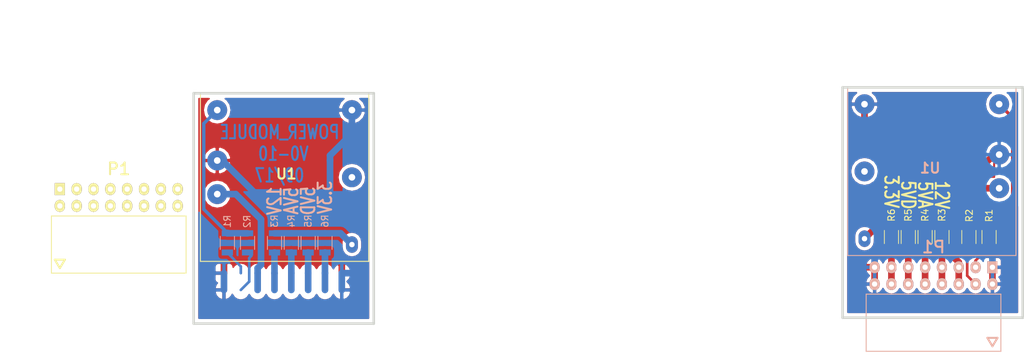
<source format=kicad_pcb>
(kicad_pcb (version 4) (host pcbnew 4.0.6)

  (general
    (links 57)
    (no_connects 27)
    (area 90.741499 80.200499 216.217501 116.268501)
    (thickness 1.6002)
    (drawings 32)
    (tracks 100)
    (zones 0)
    (modules 16)
    (nets 12)
  )

  (page A4)
  (title_block
    (title "Power Module")
    (date 2017-09-28)
    (rev "V 0.10")
    (company F4DEB)
  )

  (layers
    (0 Composant signal)
    (31 Cuivre signal)
    (32 B.Adhes user)
    (33 F.Adhes user)
    (34 B.Paste user)
    (35 F.Paste user)
    (36 B.SilkS user)
    (37 F.SilkS user)
    (38 B.Mask user)
    (39 F.Mask user)
    (40 Dwgs.User user)
    (41 Cmts.User user)
    (42 Eco1.User user)
    (43 Eco2.User user)
    (44 Edge.Cuts user)
  )

  (setup
    (last_trace_width 0.2032)
    (user_trace_width 0.29972)
    (user_trace_width 0.35052)
    (user_trace_width 0.39878)
    (user_trace_width 0.5)
    (user_trace_width 1.00076)
    (user_trace_width 1.99898)
    (user_trace_width 2.99974)
    (user_trace_width 4.0005)
    (trace_clearance 0.20066)
    (zone_clearance 0.5)
    (zone_45_only no)
    (trace_min 0.2032)
    (segment_width 0.381)
    (edge_width 0.381)
    (via_size 1.30048)
    (via_drill 0.59944)
    (via_min_size 0.889)
    (via_min_drill 0.508)
    (user_via 1.30048 0.59944)
    (uvia_size 0.508)
    (uvia_drill 0.127)
    (uvias_allowed no)
    (uvia_min_size 0.508)
    (uvia_min_drill 0.127)
    (pcb_text_width 0.3048)
    (pcb_text_size 1.524 2.032)
    (mod_edge_width 0.381)
    (mod_text_size 1.524 1.524)
    (mod_text_width 0.3048)
    (pad_size 3 3)
    (pad_drill 1)
    (pad_to_mask_clearance 0.254)
    (aux_axis_origin 0 0)
    (visible_elements 7FFEFFFF)
    (pcbplotparams
      (layerselection 0x00030_80000001)
      (usegerberextensions false)
      (excludeedgelayer true)
      (linewidth 0.150000)
      (plotframeref true)
      (viasonmask false)
      (mode 1)
      (useauxorigin false)
      (hpglpennumber 1)
      (hpglpenspeed 20)
      (hpglpendiameter 15)
      (hpglpenoverlay 0)
      (psnegative false)
      (psa4output false)
      (plotreference true)
      (plotvalue true)
      (plotinvisibletext false)
      (padsonsilk false)
      (subtractmaskfromsilk false)
      (outputformat 5)
      (mirror false)
      (drillshape 0)
      (scaleselection 1)
      (outputdirectory ""))
  )

  (net 0 "")
  (net 1 GND)
  (net 2 +3V3)
  (net 3 +5VA)
  (net 4 +BATT)
  (net 5 +12V)
  (net 6 +5V)
  (net 7 "Net-(U1-Pad4)")
  (net 8 /RA)
  (net 9 "Net-(R1-Pad2)")
  (net 10 /RD)
  (net 11 "Net-(R3-Pad2)")

  (net_class Default "Ceci est la Netclass par défaut"
    (clearance 0.20066)
    (trace_width 0.2032)
    (via_dia 1.30048)
    (via_drill 0.59944)
    (uvia_dia 0.508)
    (uvia_drill 0.127)
    (add_net +12V)
    (add_net +3V3)
    (add_net +5V)
    (add_net +5VA)
    (add_net +BATT)
    (add_net /RA)
    (add_net /RD)
    (add_net GND)
    (add_net "Net-(R1-Pad2)")
    (add_net "Net-(R3-Pad2)")
    (add_net "Net-(U1-Pad4)")
  )

  (module CEN-PCB:HE10-16-F-C (layer Cuivre) (tedit 59CD4AC0) (tstamp 59CD5083)
    (at 202.565 108.839)
    (descr "CONNECTEUR FEMELLE 2.54MM COUDE 16 VOIES")
    (tags "CONN HE10")
    (path /59C9573E)
    (fp_text reference P1 (at 0 -4.318) (layer B.SilkS)
      (effects (font (size 1.778 1.778) (thickness 0.3048)) (justify mirror))
    )
    (fp_text value CONN_8X2 (at 12.7 -6.096) (layer B.SilkS) hide
      (effects (font (size 1.778 1.778) (thickness 0.3048)) (justify mirror))
    )
    (fp_line (start -10.16 2.794) (end -10.16 11.43) (layer B.SilkS) (width 0.15))
    (fp_line (start -10.16 11.43) (end 10.16 11.43) (layer B.SilkS) (width 0.15))
    (fp_line (start 10.16 11.43) (end 10.16 2.794) (layer B.SilkS) (width 0.15))
    (fp_line (start -10.16 2.794) (end 10.16 2.794) (layer B.SilkS) (width 0.15))
    (fp_line (start 8.89 10.668) (end 9.652 9.398) (layer B.SilkS) (width 0.3048))
    (fp_line (start 9.652 9.398) (end 8.128 9.398) (layer B.SilkS) (width 0.3048))
    (fp_line (start 8.128 9.398) (end 8.89 10.668) (layer B.SilkS) (width 0.3048))
    (pad 15 thru_hole oval (at -8.89 -1.27) (size 1.524 1.80086) (drill 0.8001) (layers *.Cu *.Mask B.SilkS)
      (net 1 GND))
    (pad 16 thru_hole oval (at -8.89 1.27) (size 1.524 1.80086) (drill 0.8001) (layers *.Cu *.Mask B.SilkS)
      (net 1 GND))
    (pad 13 thru_hole oval (at -6.35 -1.27) (size 1.524 1.80086) (drill 0.8001) (layers *.Cu *.Mask B.SilkS)
      (net 2 +3V3))
    (pad 14 thru_hole oval (at -6.35 1.27) (size 1.524 1.80086) (drill 0.8001) (layers *.Cu *.Mask B.SilkS)
      (net 2 +3V3))
    (pad 11 thru_hole oval (at -3.81 -1.27) (size 1.524 1.80086) (drill 0.8001) (layers *.Cu *.Mask B.SilkS)
      (net 6 +5V))
    (pad 12 thru_hole oval (at -3.81 1.27) (size 1.524 1.80086) (drill 0.8001) (layers *.Cu *.Mask B.SilkS)
      (net 6 +5V))
    (pad 9 thru_hole oval (at -1.27 -1.27) (size 1.524 1.80086) (drill 0.8001) (layers *.Cu *.Mask B.SilkS)
      (net 3 +5VA))
    (pad 10 thru_hole oval (at -1.27 1.27) (size 1.524 1.80086) (drill 0.8001) (layers *.Cu *.Mask B.SilkS)
      (net 3 +5VA))
    (pad 7 thru_hole oval (at 1.27 -1.27) (size 1.524 1.80086) (drill 0.8001) (layers *.Cu *.Mask B.SilkS)
      (net 5 +12V))
    (pad 8 thru_hole oval (at 1.27 1.27) (size 1.524 1.80086) (drill 0.8001) (layers *.Cu *.Mask B.SilkS)
      (net 5 +12V))
    (pad 5 thru_hole oval (at 3.81 -1.27) (size 1.524 1.80086) (drill 0.8001) (layers *.Cu *.Mask B.SilkS)
      (net 4 +BATT))
    (pad 6 thru_hole oval (at 3.81 1.27) (size 1.524 1.80086) (drill 0.8001) (layers *.Cu *.Mask B.SilkS)
      (net 4 +BATT))
    (pad 3 thru_hole oval (at 6.35 -1.27) (size 1.524 1.80086) (drill 0.8001) (layers *.Cu *.Mask B.SilkS)
      (net 8 /RA))
    (pad 4 thru_hole oval (at 6.35 1.27) (size 1.524 1.80086) (drill 0.8001) (layers *.Cu *.Mask B.SilkS)
      (net 10 /RD))
    (pad 1 thru_hole rect (at 8.89 -1.27) (size 1.524 1.80086) (drill 0.8001) (layers *.Cu *.Mask B.SilkS)
      (net 1 GND))
    (pad 2 thru_hole oval (at 8.89 1.27) (size 1.524 1.80086) (drill 0.8001) (layers *.Cu *.Mask B.SilkS)
      (net 1 GND))
    (model conn_strip/vasch_strip_8x2_90.wrl
      (at (xyz 0 0.2 0))
      (scale (xyz 1 1 1))
      (rotate (xyz 0 0 0))
    )
  )

  (module f4deb-mod-library:TRACO-THN-15-1211 (layer Cuivre) (tedit 59CD4AC4) (tstamp 59CD5076)
    (at 212.471 82.931 90)
    (path /59C2FDE6)
    (fp_text reference U1 (at -9.652 -10.414 360) (layer B.SilkS)
      (effects (font (thickness 0.3048)) (justify mirror))
    )
    (fp_text value TRACO-THN-15-1211 (at -20.32 5.08 90) (layer B.SilkS) hide
      (effects (font (thickness 0.3048)) (justify mirror))
    )
    (fp_line (start -22.86 2.54) (end 2.54 2.54) (layer B.SilkS) (width 0.15))
    (fp_line (start 2.54 2.54) (end 2.54 -22.86) (layer B.SilkS) (width 0.15))
    (fp_line (start 2.54 -22.86) (end -22.86 -22.86) (layer B.SilkS) (width 0.15))
    (fp_line (start -22.86 -22.86) (end -22.86 2.54) (layer B.SilkS) (width 0.15))
    (pad 6 thru_hole oval (at 0 0 90) (size 3 3) (drill 1) (layers *.Cu)
      (net 9 "Net-(R1-Pad2)"))
    (pad 2 thru_hole oval (at -7.62 0 90) (size 3 3) (drill 1) (layers *.Cu)
      (net 1 GND))
    (pad 1 thru_hole oval (at -12.7 0 90) (size 3 3) (drill 1) (layers *.Cu)
      (net 4 +BATT))
    (pad 4 thru_hole oval (at -10.16 -20.32 90) (size 3 3) (drill 1) (layers *.Cu)
      (net 7 "Net-(U1-Pad4)"))
    (pad 5 thru_hole oval (at 0 -20.32 90) (size 3 3) (drill 1) (layers *.Cu)
      (net 1 GND))
    (pad 3 thru_hole oval (at -20.32 -20.32 90) (size 2.49936 1.80086) (drill 0.8128) (layers *.Cu)
      (net 11 "Net-(R3-Pad2)"))
    (model D:/electronique/git-f4deb/f4deb-3D-Object/TRACOPOWER-THN15.wrl
      (at (xyz 0 0 0))
      (scale (xyz 1 1 1))
      (rotate (xyz 0 0 0))
    )
  )

  (module Resistors_SMD:R_1206 (layer Composant) (tedit 59C9552B) (tstamp 59CD5066)
    (at 196.215 102.997 90)
    (descr "Resistor SMD 1206, reflow soldering, Vishay (see dcrcw.pdf)")
    (tags "resistor 1206")
    (path /59C95ADD)
    (attr smd)
    (fp_text reference R6 (at 3.302 0 90) (layer F.SilkS)
      (effects (font (size 1 1) (thickness 0.15)))
    )
    (fp_text value 0 (at 0 1.95 90) (layer F.Fab)
      (effects (font (size 1 1) (thickness 0.15)))
    )
    (fp_text user %R (at 0 0 90) (layer F.Fab)
      (effects (font (size 0.7 0.7) (thickness 0.105)))
    )
    (fp_line (start -1.6 0.8) (end -1.6 -0.8) (layer F.Fab) (width 0.1))
    (fp_line (start 1.6 0.8) (end -1.6 0.8) (layer F.Fab) (width 0.1))
    (fp_line (start 1.6 -0.8) (end 1.6 0.8) (layer F.Fab) (width 0.1))
    (fp_line (start -1.6 -0.8) (end 1.6 -0.8) (layer F.Fab) (width 0.1))
    (fp_line (start 1 1.07) (end -1 1.07) (layer F.SilkS) (width 0.12))
    (fp_line (start -1 -1.07) (end 1 -1.07) (layer F.SilkS) (width 0.12))
    (fp_line (start -2.15 -1.11) (end 2.15 -1.11) (layer F.CrtYd) (width 0.05))
    (fp_line (start -2.15 -1.11) (end -2.15 1.1) (layer F.CrtYd) (width 0.05))
    (fp_line (start 2.15 1.1) (end 2.15 -1.11) (layer F.CrtYd) (width 0.05))
    (fp_line (start 2.15 1.1) (end -2.15 1.1) (layer F.CrtYd) (width 0.05))
    (pad 1 smd rect (at -1.45 0 90) (size 0.9 1.7) (layers Composant F.Paste F.Mask)
      (net 2 +3V3))
    (pad 2 smd rect (at 1.45 0 90) (size 0.9 1.7) (layers Composant F.Paste F.Mask)
      (net 11 "Net-(R3-Pad2)"))
    (model ${KISYS3DMOD}/Resistors_SMD.3dshapes/R_1206.wrl
      (at (xyz 0 0 0))
      (scale (xyz 1 1 1))
      (rotate (xyz 0 0 0))
    )
  )

  (module Resistors_SMD:R_1206 (layer Composant) (tedit 59C95525) (tstamp 59CD5056)
    (at 198.755 102.997 90)
    (descr "Resistor SMD 1206, reflow soldering, Vishay (see dcrcw.pdf)")
    (tags "resistor 1206")
    (path /59C95ABA)
    (attr smd)
    (fp_text reference R5 (at 3.302 0 90) (layer F.SilkS)
      (effects (font (size 1 1) (thickness 0.15)))
    )
    (fp_text value 0 (at 0 1.95 90) (layer F.Fab)
      (effects (font (size 1 1) (thickness 0.15)))
    )
    (fp_text user %R (at 0 0 90) (layer F.Fab)
      (effects (font (size 0.7 0.7) (thickness 0.105)))
    )
    (fp_line (start -1.6 0.8) (end -1.6 -0.8) (layer F.Fab) (width 0.1))
    (fp_line (start 1.6 0.8) (end -1.6 0.8) (layer F.Fab) (width 0.1))
    (fp_line (start 1.6 -0.8) (end 1.6 0.8) (layer F.Fab) (width 0.1))
    (fp_line (start -1.6 -0.8) (end 1.6 -0.8) (layer F.Fab) (width 0.1))
    (fp_line (start 1 1.07) (end -1 1.07) (layer F.SilkS) (width 0.12))
    (fp_line (start -1 -1.07) (end 1 -1.07) (layer F.SilkS) (width 0.12))
    (fp_line (start -2.15 -1.11) (end 2.15 -1.11) (layer F.CrtYd) (width 0.05))
    (fp_line (start -2.15 -1.11) (end -2.15 1.1) (layer F.CrtYd) (width 0.05))
    (fp_line (start 2.15 1.1) (end 2.15 -1.11) (layer F.CrtYd) (width 0.05))
    (fp_line (start 2.15 1.1) (end -2.15 1.1) (layer F.CrtYd) (width 0.05))
    (pad 1 smd rect (at -1.45 0 90) (size 0.9 1.7) (layers Composant F.Paste F.Mask)
      (net 6 +5V))
    (pad 2 smd rect (at 1.45 0 90) (size 0.9 1.7) (layers Composant F.Paste F.Mask)
      (net 11 "Net-(R3-Pad2)"))
    (model ${KISYS3DMOD}/Resistors_SMD.3dshapes/R_1206.wrl
      (at (xyz 0 0 0))
      (scale (xyz 1 1 1))
      (rotate (xyz 0 0 0))
    )
  )

  (module Resistors_SMD:R_1206 (layer Composant) (tedit 59C95521) (tstamp 59CD5046)
    (at 201.295 102.997 90)
    (descr "Resistor SMD 1206, reflow soldering, Vishay (see dcrcw.pdf)")
    (tags "resistor 1206")
    (path /59C95A65)
    (attr smd)
    (fp_text reference R4 (at 3.302 0 90) (layer F.SilkS)
      (effects (font (size 1 1) (thickness 0.15)))
    )
    (fp_text value 0 (at 0 1.95 90) (layer F.Fab)
      (effects (font (size 1 1) (thickness 0.15)))
    )
    (fp_text user %R (at 0 0 90) (layer F.Fab)
      (effects (font (size 0.7 0.7) (thickness 0.105)))
    )
    (fp_line (start -1.6 0.8) (end -1.6 -0.8) (layer F.Fab) (width 0.1))
    (fp_line (start 1.6 0.8) (end -1.6 0.8) (layer F.Fab) (width 0.1))
    (fp_line (start 1.6 -0.8) (end 1.6 0.8) (layer F.Fab) (width 0.1))
    (fp_line (start -1.6 -0.8) (end 1.6 -0.8) (layer F.Fab) (width 0.1))
    (fp_line (start 1 1.07) (end -1 1.07) (layer F.SilkS) (width 0.12))
    (fp_line (start -1 -1.07) (end 1 -1.07) (layer F.SilkS) (width 0.12))
    (fp_line (start -2.15 -1.11) (end 2.15 -1.11) (layer F.CrtYd) (width 0.05))
    (fp_line (start -2.15 -1.11) (end -2.15 1.1) (layer F.CrtYd) (width 0.05))
    (fp_line (start 2.15 1.1) (end 2.15 -1.11) (layer F.CrtYd) (width 0.05))
    (fp_line (start 2.15 1.1) (end -2.15 1.1) (layer F.CrtYd) (width 0.05))
    (pad 1 smd rect (at -1.45 0 90) (size 0.9 1.7) (layers Composant F.Paste F.Mask)
      (net 3 +5VA))
    (pad 2 smd rect (at 1.45 0 90) (size 0.9 1.7) (layers Composant F.Paste F.Mask)
      (net 11 "Net-(R3-Pad2)"))
    (model ${KISYS3DMOD}/Resistors_SMD.3dshapes/R_1206.wrl
      (at (xyz 0 0 0))
      (scale (xyz 1 1 1))
      (rotate (xyz 0 0 0))
    )
  )

  (module Resistors_SMD:R_1206 (layer Composant) (tedit 59C9551E) (tstamp 59CD5036)
    (at 203.835 102.997 90)
    (descr "Resistor SMD 1206, reflow soldering, Vishay (see dcrcw.pdf)")
    (tags "resistor 1206")
    (path /59C95904)
    (attr smd)
    (fp_text reference R3 (at 3.302 0 90) (layer F.SilkS)
      (effects (font (size 1 1) (thickness 0.15)))
    )
    (fp_text value 0 (at 0 1.95 90) (layer F.Fab)
      (effects (font (size 1 1) (thickness 0.15)))
    )
    (fp_text user %R (at 0 0 90) (layer F.Fab)
      (effects (font (size 0.7 0.7) (thickness 0.105)))
    )
    (fp_line (start -1.6 0.8) (end -1.6 -0.8) (layer F.Fab) (width 0.1))
    (fp_line (start 1.6 0.8) (end -1.6 0.8) (layer F.Fab) (width 0.1))
    (fp_line (start 1.6 -0.8) (end 1.6 0.8) (layer F.Fab) (width 0.1))
    (fp_line (start -1.6 -0.8) (end 1.6 -0.8) (layer F.Fab) (width 0.1))
    (fp_line (start 1 1.07) (end -1 1.07) (layer F.SilkS) (width 0.12))
    (fp_line (start -1 -1.07) (end 1 -1.07) (layer F.SilkS) (width 0.12))
    (fp_line (start -2.15 -1.11) (end 2.15 -1.11) (layer F.CrtYd) (width 0.05))
    (fp_line (start -2.15 -1.11) (end -2.15 1.1) (layer F.CrtYd) (width 0.05))
    (fp_line (start 2.15 1.1) (end 2.15 -1.11) (layer F.CrtYd) (width 0.05))
    (fp_line (start 2.15 1.1) (end -2.15 1.1) (layer F.CrtYd) (width 0.05))
    (pad 1 smd rect (at -1.45 0 90) (size 0.9 1.7) (layers Composant F.Paste F.Mask)
      (net 5 +12V))
    (pad 2 smd rect (at 1.45 0 90) (size 0.9 1.7) (layers Composant F.Paste F.Mask)
      (net 11 "Net-(R3-Pad2)"))
    (model ${KISYS3DMOD}/Resistors_SMD.3dshapes/R_1206.wrl
      (at (xyz 0 0 0))
      (scale (xyz 1 1 1))
      (rotate (xyz 0 0 0))
    )
  )

  (module Resistors_SMD:R_1206 (layer Composant) (tedit 59C95787) (tstamp 59CD5026)
    (at 207.899 102.997 90)
    (descr "Resistor SMD 1206, reflow soldering, Vishay (see dcrcw.pdf)")
    (tags "resistor 1206")
    (path /59C95DA0)
    (attr smd)
    (fp_text reference R2 (at 3.2385 0.0635 270) (layer F.SilkS)
      (effects (font (size 1 1) (thickness 0.15)))
    )
    (fp_text value 0 (at 0 1.95 90) (layer F.Fab)
      (effects (font (size 1 1) (thickness 0.15)))
    )
    (fp_text user %R (at 0 0 90) (layer F.Fab)
      (effects (font (size 0.7 0.7) (thickness 0.105)))
    )
    (fp_line (start -1.6 0.8) (end -1.6 -0.8) (layer F.Fab) (width 0.1))
    (fp_line (start 1.6 0.8) (end -1.6 0.8) (layer F.Fab) (width 0.1))
    (fp_line (start 1.6 -0.8) (end 1.6 0.8) (layer F.Fab) (width 0.1))
    (fp_line (start -1.6 -0.8) (end 1.6 -0.8) (layer F.Fab) (width 0.1))
    (fp_line (start 1 1.07) (end -1 1.07) (layer F.SilkS) (width 0.12))
    (fp_line (start -1 -1.07) (end 1 -1.07) (layer F.SilkS) (width 0.12))
    (fp_line (start -2.15 -1.11) (end 2.15 -1.11) (layer F.CrtYd) (width 0.05))
    (fp_line (start -2.15 -1.11) (end -2.15 1.1) (layer F.CrtYd) (width 0.05))
    (fp_line (start 2.15 1.1) (end 2.15 -1.11) (layer F.CrtYd) (width 0.05))
    (fp_line (start 2.15 1.1) (end -2.15 1.1) (layer F.CrtYd) (width 0.05))
    (pad 1 smd rect (at -1.45 0 90) (size 0.9 1.7) (layers Composant F.Paste F.Mask)
      (net 10 /RD))
    (pad 2 smd rect (at 1.45 0 90) (size 0.9 1.7) (layers Composant F.Paste F.Mask)
      (net 9 "Net-(R1-Pad2)"))
    (model ${KISYS3DMOD}/Resistors_SMD.3dshapes/R_1206.wrl
      (at (xyz 0 0 0))
      (scale (xyz 1 1 1))
      (rotate (xyz 0 0 0))
    )
  )

  (module Resistors_SMD:R_1206 (layer Composant) (tedit 59C95781) (tstamp 59CD5016)
    (at 210.947 102.997 90)
    (descr "Resistor SMD 1206, reflow soldering, Vishay (see dcrcw.pdf)")
    (tags "resistor 1206")
    (path /59C95D33)
    (attr smd)
    (fp_text reference R1 (at 3.2385 0 270) (layer F.SilkS)
      (effects (font (size 1 1) (thickness 0.15)))
    )
    (fp_text value 0 (at 0 1.95 90) (layer F.Fab)
      (effects (font (size 1 1) (thickness 0.15)))
    )
    (fp_text user %R (at 0 0 90) (layer F.Fab)
      (effects (font (size 0.7 0.7) (thickness 0.105)))
    )
    (fp_line (start -1.6 0.8) (end -1.6 -0.8) (layer F.Fab) (width 0.1))
    (fp_line (start 1.6 0.8) (end -1.6 0.8) (layer F.Fab) (width 0.1))
    (fp_line (start 1.6 -0.8) (end 1.6 0.8) (layer F.Fab) (width 0.1))
    (fp_line (start -1.6 -0.8) (end 1.6 -0.8) (layer F.Fab) (width 0.1))
    (fp_line (start 1 1.07) (end -1 1.07) (layer F.SilkS) (width 0.12))
    (fp_line (start -1 -1.07) (end 1 -1.07) (layer F.SilkS) (width 0.12))
    (fp_line (start -2.15 -1.11) (end 2.15 -1.11) (layer F.CrtYd) (width 0.05))
    (fp_line (start -2.15 -1.11) (end -2.15 1.1) (layer F.CrtYd) (width 0.05))
    (fp_line (start 2.15 1.1) (end 2.15 -1.11) (layer F.CrtYd) (width 0.05))
    (fp_line (start 2.15 1.1) (end -2.15 1.1) (layer F.CrtYd) (width 0.05))
    (pad 1 smd rect (at -1.45 0 90) (size 0.9 1.7) (layers Composant F.Paste F.Mask)
      (net 8 /RA))
    (pad 2 smd rect (at 1.45 0 90) (size 0.9 1.7) (layers Composant F.Paste F.Mask)
      (net 9 "Net-(R1-Pad2)"))
    (model ${KISYS3DMOD}/Resistors_SMD.3dshapes/R_1206.wrl
      (at (xyz 0 0 0))
      (scale (xyz 1 1 1))
      (rotate (xyz 0 0 0))
    )
  )

  (module Resistors_SMD:R_1206 (layer Cuivre) (tedit 59C95781) (tstamp 59C95120)
    (at 96.012 103.886 90)
    (descr "Resistor SMD 1206, reflow soldering, Vishay (see dcrcw.pdf)")
    (tags "resistor 1206")
    (path /59C95D33)
    (attr smd)
    (fp_text reference R1 (at 3.2385 0 270) (layer B.SilkS)
      (effects (font (size 1 1) (thickness 0.15)) (justify mirror))
    )
    (fp_text value 0 (at 0 -1.95 90) (layer B.Fab)
      (effects (font (size 1 1) (thickness 0.15)) (justify mirror))
    )
    (fp_text user %R (at 0 0 90) (layer B.Fab)
      (effects (font (size 0.7 0.7) (thickness 0.105)) (justify mirror))
    )
    (fp_line (start -1.6 -0.8) (end -1.6 0.8) (layer B.Fab) (width 0.1))
    (fp_line (start 1.6 -0.8) (end -1.6 -0.8) (layer B.Fab) (width 0.1))
    (fp_line (start 1.6 0.8) (end 1.6 -0.8) (layer B.Fab) (width 0.1))
    (fp_line (start -1.6 0.8) (end 1.6 0.8) (layer B.Fab) (width 0.1))
    (fp_line (start 1 -1.07) (end -1 -1.07) (layer B.SilkS) (width 0.12))
    (fp_line (start -1 1.07) (end 1 1.07) (layer B.SilkS) (width 0.12))
    (fp_line (start -2.15 1.11) (end 2.15 1.11) (layer B.CrtYd) (width 0.05))
    (fp_line (start -2.15 1.11) (end -2.15 -1.1) (layer B.CrtYd) (width 0.05))
    (fp_line (start 2.15 -1.1) (end 2.15 1.11) (layer B.CrtYd) (width 0.05))
    (fp_line (start 2.15 -1.1) (end -2.15 -1.1) (layer B.CrtYd) (width 0.05))
    (pad 1 smd rect (at -1.45 0 90) (size 0.9 1.7) (layers Cuivre B.Paste B.Mask)
      (net 8 /RA))
    (pad 2 smd rect (at 1.45 0 90) (size 0.9 1.7) (layers Cuivre B.Paste B.Mask)
      (net 9 "Net-(R1-Pad2)"))
    (model ${KISYS3DMOD}/Resistors_SMD.3dshapes/R_1206.wrl
      (at (xyz 0 0 0))
      (scale (xyz 1 1 1))
      (rotate (xyz 0 0 0))
    )
  )

  (module Resistors_SMD:R_1206 (layer Cuivre) (tedit 59C95787) (tstamp 59C95131)
    (at 99.06 103.886 90)
    (descr "Resistor SMD 1206, reflow soldering, Vishay (see dcrcw.pdf)")
    (tags "resistor 1206")
    (path /59C95DA0)
    (attr smd)
    (fp_text reference R2 (at 3.2385 -0.0635 270) (layer B.SilkS)
      (effects (font (size 1 1) (thickness 0.15)) (justify mirror))
    )
    (fp_text value 0 (at 0 -1.95 90) (layer B.Fab)
      (effects (font (size 1 1) (thickness 0.15)) (justify mirror))
    )
    (fp_text user %R (at 0 0 90) (layer B.Fab)
      (effects (font (size 0.7 0.7) (thickness 0.105)) (justify mirror))
    )
    (fp_line (start -1.6 -0.8) (end -1.6 0.8) (layer B.Fab) (width 0.1))
    (fp_line (start 1.6 -0.8) (end -1.6 -0.8) (layer B.Fab) (width 0.1))
    (fp_line (start 1.6 0.8) (end 1.6 -0.8) (layer B.Fab) (width 0.1))
    (fp_line (start -1.6 0.8) (end 1.6 0.8) (layer B.Fab) (width 0.1))
    (fp_line (start 1 -1.07) (end -1 -1.07) (layer B.SilkS) (width 0.12))
    (fp_line (start -1 1.07) (end 1 1.07) (layer B.SilkS) (width 0.12))
    (fp_line (start -2.15 1.11) (end 2.15 1.11) (layer B.CrtYd) (width 0.05))
    (fp_line (start -2.15 1.11) (end -2.15 -1.1) (layer B.CrtYd) (width 0.05))
    (fp_line (start 2.15 -1.1) (end 2.15 1.11) (layer B.CrtYd) (width 0.05))
    (fp_line (start 2.15 -1.1) (end -2.15 -1.1) (layer B.CrtYd) (width 0.05))
    (pad 1 smd rect (at -1.45 0 90) (size 0.9 1.7) (layers Cuivre B.Paste B.Mask)
      (net 10 /RD))
    (pad 2 smd rect (at 1.45 0 90) (size 0.9 1.7) (layers Cuivre B.Paste B.Mask)
      (net 9 "Net-(R1-Pad2)"))
    (model ${KISYS3DMOD}/Resistors_SMD.3dshapes/R_1206.wrl
      (at (xyz 0 0 0))
      (scale (xyz 1 1 1))
      (rotate (xyz 0 0 0))
    )
  )

  (module Resistors_SMD:R_1206 (layer Cuivre) (tedit 59C9551E) (tstamp 59C95142)
    (at 103.124 103.886 90)
    (descr "Resistor SMD 1206, reflow soldering, Vishay (see dcrcw.pdf)")
    (tags "resistor 1206")
    (path /59C95904)
    (attr smd)
    (fp_text reference R3 (at 3.302 0 90) (layer B.SilkS)
      (effects (font (size 1 1) (thickness 0.15)) (justify mirror))
    )
    (fp_text value 0 (at 0 -1.95 90) (layer B.Fab)
      (effects (font (size 1 1) (thickness 0.15)) (justify mirror))
    )
    (fp_text user %R (at 0 0 90) (layer B.Fab)
      (effects (font (size 0.7 0.7) (thickness 0.105)) (justify mirror))
    )
    (fp_line (start -1.6 -0.8) (end -1.6 0.8) (layer B.Fab) (width 0.1))
    (fp_line (start 1.6 -0.8) (end -1.6 -0.8) (layer B.Fab) (width 0.1))
    (fp_line (start 1.6 0.8) (end 1.6 -0.8) (layer B.Fab) (width 0.1))
    (fp_line (start -1.6 0.8) (end 1.6 0.8) (layer B.Fab) (width 0.1))
    (fp_line (start 1 -1.07) (end -1 -1.07) (layer B.SilkS) (width 0.12))
    (fp_line (start -1 1.07) (end 1 1.07) (layer B.SilkS) (width 0.12))
    (fp_line (start -2.15 1.11) (end 2.15 1.11) (layer B.CrtYd) (width 0.05))
    (fp_line (start -2.15 1.11) (end -2.15 -1.1) (layer B.CrtYd) (width 0.05))
    (fp_line (start 2.15 -1.1) (end 2.15 1.11) (layer B.CrtYd) (width 0.05))
    (fp_line (start 2.15 -1.1) (end -2.15 -1.1) (layer B.CrtYd) (width 0.05))
    (pad 1 smd rect (at -1.45 0 90) (size 0.9 1.7) (layers Cuivre B.Paste B.Mask)
      (net 5 +12V))
    (pad 2 smd rect (at 1.45 0 90) (size 0.9 1.7) (layers Cuivre B.Paste B.Mask)
      (net 11 "Net-(R3-Pad2)"))
    (model ${KISYS3DMOD}/Resistors_SMD.3dshapes/R_1206.wrl
      (at (xyz 0 0 0))
      (scale (xyz 1 1 1))
      (rotate (xyz 0 0 0))
    )
  )

  (module Resistors_SMD:R_1206 (layer Cuivre) (tedit 59C95521) (tstamp 59C95153)
    (at 105.664 103.886 90)
    (descr "Resistor SMD 1206, reflow soldering, Vishay (see dcrcw.pdf)")
    (tags "resistor 1206")
    (path /59C95A65)
    (attr smd)
    (fp_text reference R4 (at 3.302 0 90) (layer B.SilkS)
      (effects (font (size 1 1) (thickness 0.15)) (justify mirror))
    )
    (fp_text value 0 (at 0 -1.95 90) (layer B.Fab)
      (effects (font (size 1 1) (thickness 0.15)) (justify mirror))
    )
    (fp_text user %R (at 0 0 90) (layer B.Fab)
      (effects (font (size 0.7 0.7) (thickness 0.105)) (justify mirror))
    )
    (fp_line (start -1.6 -0.8) (end -1.6 0.8) (layer B.Fab) (width 0.1))
    (fp_line (start 1.6 -0.8) (end -1.6 -0.8) (layer B.Fab) (width 0.1))
    (fp_line (start 1.6 0.8) (end 1.6 -0.8) (layer B.Fab) (width 0.1))
    (fp_line (start -1.6 0.8) (end 1.6 0.8) (layer B.Fab) (width 0.1))
    (fp_line (start 1 -1.07) (end -1 -1.07) (layer B.SilkS) (width 0.12))
    (fp_line (start -1 1.07) (end 1 1.07) (layer B.SilkS) (width 0.12))
    (fp_line (start -2.15 1.11) (end 2.15 1.11) (layer B.CrtYd) (width 0.05))
    (fp_line (start -2.15 1.11) (end -2.15 -1.1) (layer B.CrtYd) (width 0.05))
    (fp_line (start 2.15 -1.1) (end 2.15 1.11) (layer B.CrtYd) (width 0.05))
    (fp_line (start 2.15 -1.1) (end -2.15 -1.1) (layer B.CrtYd) (width 0.05))
    (pad 1 smd rect (at -1.45 0 90) (size 0.9 1.7) (layers Cuivre B.Paste B.Mask)
      (net 3 +5VA))
    (pad 2 smd rect (at 1.45 0 90) (size 0.9 1.7) (layers Cuivre B.Paste B.Mask)
      (net 11 "Net-(R3-Pad2)"))
    (model ${KISYS3DMOD}/Resistors_SMD.3dshapes/R_1206.wrl
      (at (xyz 0 0 0))
      (scale (xyz 1 1 1))
      (rotate (xyz 0 0 0))
    )
  )

  (module Resistors_SMD:R_1206 (layer Cuivre) (tedit 59C95525) (tstamp 59C95164)
    (at 108.204 103.886 90)
    (descr "Resistor SMD 1206, reflow soldering, Vishay (see dcrcw.pdf)")
    (tags "resistor 1206")
    (path /59C95ABA)
    (attr smd)
    (fp_text reference R5 (at 3.302 0 90) (layer B.SilkS)
      (effects (font (size 1 1) (thickness 0.15)) (justify mirror))
    )
    (fp_text value 0 (at 0 -1.95 90) (layer B.Fab)
      (effects (font (size 1 1) (thickness 0.15)) (justify mirror))
    )
    (fp_text user %R (at 0 0 90) (layer B.Fab)
      (effects (font (size 0.7 0.7) (thickness 0.105)) (justify mirror))
    )
    (fp_line (start -1.6 -0.8) (end -1.6 0.8) (layer B.Fab) (width 0.1))
    (fp_line (start 1.6 -0.8) (end -1.6 -0.8) (layer B.Fab) (width 0.1))
    (fp_line (start 1.6 0.8) (end 1.6 -0.8) (layer B.Fab) (width 0.1))
    (fp_line (start -1.6 0.8) (end 1.6 0.8) (layer B.Fab) (width 0.1))
    (fp_line (start 1 -1.07) (end -1 -1.07) (layer B.SilkS) (width 0.12))
    (fp_line (start -1 1.07) (end 1 1.07) (layer B.SilkS) (width 0.12))
    (fp_line (start -2.15 1.11) (end 2.15 1.11) (layer B.CrtYd) (width 0.05))
    (fp_line (start -2.15 1.11) (end -2.15 -1.1) (layer B.CrtYd) (width 0.05))
    (fp_line (start 2.15 -1.1) (end 2.15 1.11) (layer B.CrtYd) (width 0.05))
    (fp_line (start 2.15 -1.1) (end -2.15 -1.1) (layer B.CrtYd) (width 0.05))
    (pad 1 smd rect (at -1.45 0 90) (size 0.9 1.7) (layers Cuivre B.Paste B.Mask)
      (net 6 +5V))
    (pad 2 smd rect (at 1.45 0 90) (size 0.9 1.7) (layers Cuivre B.Paste B.Mask)
      (net 11 "Net-(R3-Pad2)"))
    (model ${KISYS3DMOD}/Resistors_SMD.3dshapes/R_1206.wrl
      (at (xyz 0 0 0))
      (scale (xyz 1 1 1))
      (rotate (xyz 0 0 0))
    )
  )

  (module Resistors_SMD:R_1206 (layer Cuivre) (tedit 59C9552B) (tstamp 59C95175)
    (at 110.744 103.886 90)
    (descr "Resistor SMD 1206, reflow soldering, Vishay (see dcrcw.pdf)")
    (tags "resistor 1206")
    (path /59C95ADD)
    (attr smd)
    (fp_text reference R6 (at 3.302 0 90) (layer B.SilkS)
      (effects (font (size 1 1) (thickness 0.15)) (justify mirror))
    )
    (fp_text value 0 (at 0 -1.95 90) (layer B.Fab)
      (effects (font (size 1 1) (thickness 0.15)) (justify mirror))
    )
    (fp_text user %R (at 0 0 90) (layer B.Fab)
      (effects (font (size 0.7 0.7) (thickness 0.105)) (justify mirror))
    )
    (fp_line (start -1.6 -0.8) (end -1.6 0.8) (layer B.Fab) (width 0.1))
    (fp_line (start 1.6 -0.8) (end -1.6 -0.8) (layer B.Fab) (width 0.1))
    (fp_line (start 1.6 0.8) (end 1.6 -0.8) (layer B.Fab) (width 0.1))
    (fp_line (start -1.6 0.8) (end 1.6 0.8) (layer B.Fab) (width 0.1))
    (fp_line (start 1 -1.07) (end -1 -1.07) (layer B.SilkS) (width 0.12))
    (fp_line (start -1 1.07) (end 1 1.07) (layer B.SilkS) (width 0.12))
    (fp_line (start -2.15 1.11) (end 2.15 1.11) (layer B.CrtYd) (width 0.05))
    (fp_line (start -2.15 1.11) (end -2.15 -1.1) (layer B.CrtYd) (width 0.05))
    (fp_line (start 2.15 -1.1) (end 2.15 1.11) (layer B.CrtYd) (width 0.05))
    (fp_line (start 2.15 -1.1) (end -2.15 -1.1) (layer B.CrtYd) (width 0.05))
    (pad 1 smd rect (at -1.45 0 90) (size 0.9 1.7) (layers Cuivre B.Paste B.Mask)
      (net 2 +3V3))
    (pad 2 smd rect (at 1.45 0 90) (size 0.9 1.7) (layers Cuivre B.Paste B.Mask)
      (net 11 "Net-(R3-Pad2)"))
    (model ${KISYS3DMOD}/Resistors_SMD.3dshapes/R_1206.wrl
      (at (xyz 0 0 0))
      (scale (xyz 1 1 1))
      (rotate (xyz 0 0 0))
    )
  )

  (module f4deb-mod-library:TRACO-THN-15-1211 (layer Composant) (tedit 59CD4AC4) (tstamp 59C95183)
    (at 94.488 83.82 90)
    (path /59C2FDE6)
    (fp_text reference U1 (at -9.652 10.414 180) (layer F.SilkS)
      (effects (font (thickness 0.3048)))
    )
    (fp_text value TRACO-THN-15-1211 (at -20.32 -5.08 90) (layer F.SilkS) hide
      (effects (font (thickness 0.3048)))
    )
    (fp_line (start -22.86 -2.54) (end 2.54 -2.54) (layer F.SilkS) (width 0.15))
    (fp_line (start 2.54 -2.54) (end 2.54 22.86) (layer F.SilkS) (width 0.15))
    (fp_line (start 2.54 22.86) (end -22.86 22.86) (layer F.SilkS) (width 0.15))
    (fp_line (start -22.86 22.86) (end -22.86 -2.54) (layer F.SilkS) (width 0.15))
    (pad 6 thru_hole oval (at 0 0 90) (size 3 3) (drill 1) (layers *.Cu)
      (net 9 "Net-(R1-Pad2)"))
    (pad 2 thru_hole oval (at -7.62 0 90) (size 3 3) (drill 1) (layers *.Cu)
      (net 1 GND))
    (pad 1 thru_hole oval (at -12.7 0 90) (size 3 3) (drill 1) (layers *.Cu)
      (net 4 +BATT))
    (pad 4 thru_hole oval (at -10.16 20.32 90) (size 3 3) (drill 1) (layers *.Cu)
      (net 7 "Net-(U1-Pad4)"))
    (pad 5 thru_hole oval (at 0 20.32 90) (size 3 3) (drill 1) (layers *.Cu)
      (net 1 GND))
    (pad 3 thru_hole oval (at -20.32 20.32 90) (size 2.49936 1.80086) (drill 0.8128) (layers *.Cu)
      (net 11 "Net-(R3-Pad2)"))
    (model D:/electronique/git-f4deb/f4deb-3D-Object/TRACOPOWER-THN15.wrl
      (at (xyz 0 0 0))
      (scale (xyz 1 1 1))
      (rotate (xyz 0 0 0))
    )
  )

  (module CEN-PCB:HE10-16-F-C (layer Composant) (tedit 59CD4AC0) (tstamp 59C95EA3)
    (at 79.629 97.028 180)
    (descr "CONNECTEUR FEMELLE 2.54MM COUDE 16 VOIES")
    (tags "CONN HE10")
    (path /59C9573E)
    (fp_text reference P1 (at 0 4.318 180) (layer F.SilkS)
      (effects (font (size 1.778 1.778) (thickness 0.3048)))
    )
    (fp_text value CONN_8X2 (at 12.7 6.096 180) (layer F.SilkS) hide
      (effects (font (size 1.778 1.778) (thickness 0.3048)))
    )
    (fp_line (start -10.16 -2.794) (end -10.16 -11.43) (layer F.SilkS) (width 0.15))
    (fp_line (start -10.16 -11.43) (end 10.16 -11.43) (layer F.SilkS) (width 0.15))
    (fp_line (start 10.16 -11.43) (end 10.16 -2.794) (layer F.SilkS) (width 0.15))
    (fp_line (start -10.16 -2.794) (end 10.16 -2.794) (layer F.SilkS) (width 0.15))
    (fp_line (start 8.89 -10.668) (end 9.652 -9.398) (layer F.SilkS) (width 0.3048))
    (fp_line (start 9.652 -9.398) (end 8.128 -9.398) (layer F.SilkS) (width 0.3048))
    (fp_line (start 8.128 -9.398) (end 8.89 -10.668) (layer F.SilkS) (width 0.3048))
    (pad 15 thru_hole oval (at -8.89 1.27 180) (size 1.524 1.80086) (drill 0.8001) (layers *.Cu *.Mask F.SilkS)
      (net 1 GND))
    (pad 16 thru_hole oval (at -8.89 -1.27 180) (size 1.524 1.80086) (drill 0.8001) (layers *.Cu *.Mask F.SilkS)
      (net 1 GND))
    (pad 13 thru_hole oval (at -6.35 1.27 180) (size 1.524 1.80086) (drill 0.8001) (layers *.Cu *.Mask F.SilkS)
      (net 2 +3V3))
    (pad 14 thru_hole oval (at -6.35 -1.27 180) (size 1.524 1.80086) (drill 0.8001) (layers *.Cu *.Mask F.SilkS)
      (net 2 +3V3))
    (pad 11 thru_hole oval (at -3.81 1.27 180) (size 1.524 1.80086) (drill 0.8001) (layers *.Cu *.Mask F.SilkS)
      (net 6 +5V))
    (pad 12 thru_hole oval (at -3.81 -1.27 180) (size 1.524 1.80086) (drill 0.8001) (layers *.Cu *.Mask F.SilkS)
      (net 6 +5V))
    (pad 9 thru_hole oval (at -1.27 1.27 180) (size 1.524 1.80086) (drill 0.8001) (layers *.Cu *.Mask F.SilkS)
      (net 3 +5VA))
    (pad 10 thru_hole oval (at -1.27 -1.27 180) (size 1.524 1.80086) (drill 0.8001) (layers *.Cu *.Mask F.SilkS)
      (net 3 +5VA))
    (pad 7 thru_hole oval (at 1.27 1.27 180) (size 1.524 1.80086) (drill 0.8001) (layers *.Cu *.Mask F.SilkS)
      (net 5 +12V))
    (pad 8 thru_hole oval (at 1.27 -1.27 180) (size 1.524 1.80086) (drill 0.8001) (layers *.Cu *.Mask F.SilkS)
      (net 5 +12V))
    (pad 5 thru_hole oval (at 3.81 1.27 180) (size 1.524 1.80086) (drill 0.8001) (layers *.Cu *.Mask F.SilkS)
      (net 4 +BATT))
    (pad 6 thru_hole oval (at 3.81 -1.27 180) (size 1.524 1.80086) (drill 0.8001) (layers *.Cu *.Mask F.SilkS)
      (net 4 +BATT))
    (pad 3 thru_hole oval (at 6.35 1.27 180) (size 1.524 1.80086) (drill 0.8001) (layers *.Cu *.Mask F.SilkS)
      (net 8 /RA))
    (pad 4 thru_hole oval (at 6.35 -1.27 180) (size 1.524 1.80086) (drill 0.8001) (layers *.Cu *.Mask F.SilkS)
      (net 10 /RD))
    (pad 1 thru_hole rect (at 8.89 1.27 180) (size 1.524 1.80086) (drill 0.8001) (layers *.Cu *.Mask F.SilkS)
      (net 1 GND))
    (pad 2 thru_hole oval (at 8.89 -1.27 180) (size 1.524 1.80086) (drill 0.8001) (layers *.Cu *.Mask F.SilkS)
      (net 1 GND))
    (model conn_strip/vasch_strip_8x2_90.wrl
      (at (xyz 0 0.2 0))
      (scale (xyz 1 1 1))
      (rotate (xyz 0 0 0))
    )
  )

  (dimension 47.754702 (width 0.3048) (layer Dwgs.User)
    (gr_text "47,755 mm" (at 94.188482 74.080303 0.6095065767) (layer Dwgs.User)
      (effects (font (size 2.032 1.524) (thickness 0.3048)))
    )
    (feature1 (pts (xy 70.358 78.613) (xy 70.29519 72.708795)))
    (feature2 (pts (xy 118.11 78.105) (xy 118.04719 72.200795)))
    (crossbar (pts (xy 118.081775 75.451811) (xy 70.329775 75.959811)))
    (arrow1a (pts (xy 70.329775 75.959811) (xy 71.449977 75.36144)))
    (arrow1b (pts (xy 70.329775 75.959811) (xy 71.462453 76.534215)))
    (arrow2a (pts (xy 118.081775 75.451811) (xy 116.949097 74.877407)))
    (arrow2b (pts (xy 118.081775 75.451811) (xy 116.961573 76.050182)))
  )
  (dimension 27.306181 (width 0.3048) (layer Dwgs.User)
    (gr_text "27,306 mm" (at 71.599957 94.970044 89.46703138) (layer Dwgs.User)
      (effects (font (size 2.032 1.524) (thickness 0.3048)))
    )
    (feature1 (pts (xy 67.691 81.28) (xy 73.352487 81.332665)))
    (feature2 (pts (xy 67.437 108.585) (xy 73.098487 108.637665)))
    (crossbar (pts (xy 69.847428 108.607423) (xy 70.101428 81.302423)))
    (arrow1a (pts (xy 70.101428 81.302423) (xy 70.677345 82.434333)))
    (arrow1b (pts (xy 70.101428 81.302423) (xy 69.504554 82.423423)))
    (arrow2a (pts (xy 69.847428 108.607423) (xy 70.444302 107.486423)))
    (arrow2b (pts (xy 69.847428 108.607423) (xy 69.271511 107.475513)))
  )
  (dimension 40.132 (width 0.3048) (layer Dwgs.User) (tstamp 59CD50DF)
    (gr_text "40,132 mm" (at 179.8066 100.203 90) (layer Dwgs.User) (tstamp 59CD50E0)
      (effects (font (size 2.032 1.524) (thickness 0.3048)))
    )
    (feature1 (pts (xy 177.419 80.137) (xy 181.4322 80.137)))
    (feature2 (pts (xy 177.419 120.269) (xy 181.4322 120.269)))
    (crossbar (pts (xy 178.181 120.269) (xy 178.181 80.137)))
    (arrow1a (pts (xy 178.181 80.137) (xy 178.767421 81.263504)))
    (arrow1b (pts (xy 178.181 80.137) (xy 177.594579 81.263504)))
    (arrow2a (pts (xy 178.181 120.269) (xy 178.767421 119.142496)))
    (arrow2b (pts (xy 178.181 120.269) (xy 177.594579 119.142496)))
  )
  (dimension 25.654 (width 0.3048) (layer Dwgs.User) (tstamp 59CD50DD)
    (gr_text "25,654 mm" (at 202.184 69.6214) (layer Dwgs.User) (tstamp 59CD50DE)
      (effects (font (size 2.032 1.524) (thickness 0.3048)))
    )
    (feature1 (pts (xy 215.011 75.057) (xy 215.011 67.9958)))
    (feature2 (pts (xy 189.357 75.057) (xy 189.357 67.9958)))
    (crossbar (pts (xy 189.357 71.247) (xy 215.011 71.247)))
    (arrow1a (pts (xy 215.011 71.247) (xy 213.884496 71.833421)))
    (arrow1b (pts (xy 215.011 71.247) (xy 213.884496 70.660579)))
    (arrow2a (pts (xy 189.357 71.247) (xy 190.483504 71.833421)))
    (arrow2b (pts (xy 189.357 71.247) (xy 190.483504 70.660579)))
  )
  (gr_line (start 188.849 80.391) (end 215.773 80.391) (angle 90) (layer Edge.Cuts) (width 0.381) (tstamp 59CD50DC))
  (gr_text "POWER_MODULE\nV0-10 \n09/17" (at 203.073 89.535 180) (layer Composant) (tstamp 59CD50DB)
    (effects (font (size 2.032 1.524) (thickness 0.3048)))
  )
  (gr_text 3.3V (at 196.215 96.139 270) (layer F.SilkS) (tstamp 59CD50DA)
    (effects (font (size 2.032 1.524) (thickness 0.3048)))
  )
  (gr_text 5VD (at 198.755 96.647 270) (layer F.SilkS) (tstamp 59CD50D9)
    (effects (font (size 2.032 1.524) (thickness 0.3048)))
  )
  (gr_text 5VA (at 201.295 96.647 270) (layer F.SilkS) (tstamp 59CD50D8)
    (effects (font (size 2.032 1.524) (thickness 0.3048)))
  )
  (gr_text 12V (at 203.835 96.647 270) (layer F.SilkS) (tstamp 59CD50D7)
    (effects (font (size 2.032 1.524) (thickness 0.3048)))
  )
  (gr_text "Remote D" (at 208.153 94.615 90) (layer B.Adhes) (tstamp 59CD50D6)
    (effects (font (size 1 1) (thickness 0.15)) (justify mirror))
  )
  (gr_text "Remote A" (at 210.185 94.615 90) (layer B.Adhes) (tstamp 59CD50D5)
    (effects (font (size 1 1) (thickness 0.15)) (justify mirror))
  )
  (gr_line (start 188.849 80.391) (end 188.849 115.189) (angle 90) (layer Edge.Cuts) (width 0.381) (tstamp 59CD50D4))
  (gr_line (start 188.849 115.189) (end 216.027 115.189) (angle 90) (layer Edge.Cuts) (width 0.381) (tstamp 59CD50D3))
  (gr_line (start 216.027 115.189) (end 216.027 80.391) (angle 90) (layer Edge.Cuts) (width 0.381) (tstamp 59CD50D2))
  (gr_line (start 216.027 80.391) (end 215.773 80.391) (angle 90) (layer Edge.Cuts) (width 0.381) (tstamp 59CD50D1))
  (dimension 34.798 (width 0.3048) (layer Dwgs.User) (tstamp 59CD50CF)
    (gr_text "34,798 mm" (at 184.1754 97.79 90) (layer Dwgs.User) (tstamp 59CD50D0)
      (effects (font (size 2.032 1.524) (thickness 0.3048)))
    )
    (feature1 (pts (xy 187.325 115.189) (xy 182.5498 115.189)))
    (feature2 (pts (xy 187.325 80.391) (xy 182.5498 80.391)))
    (crossbar (pts (xy 185.801 80.391) (xy 185.801 115.189)))
    (arrow1a (pts (xy 185.801 115.189) (xy 186.387421 114.062496)))
    (arrow1b (pts (xy 185.801 115.189) (xy 185.214579 114.062496)))
    (arrow2a (pts (xy 185.801 80.391) (xy 186.387421 81.517504)))
    (arrow2b (pts (xy 185.801 80.391) (xy 185.214579 81.517504)))
  )
  (dimension 34.798 (width 0.3048) (layer Dwgs.User)
    (gr_text "34,798 mm" (at 122.7836 98.679 270) (layer Dwgs.User)
      (effects (font (size 2.032 1.524) (thickness 0.3048)))
    )
    (feature1 (pts (xy 119.634 116.078) (xy 124.4092 116.078)))
    (feature2 (pts (xy 119.634 81.28) (xy 124.4092 81.28)))
    (crossbar (pts (xy 121.158 81.28) (xy 121.158 116.078)))
    (arrow1a (pts (xy 121.158 116.078) (xy 120.571579 114.951496)))
    (arrow1b (pts (xy 121.158 116.078) (xy 121.744421 114.951496)))
    (arrow2a (pts (xy 121.158 81.28) (xy 120.571579 82.406504)))
    (arrow2b (pts (xy 121.158 81.28) (xy 121.744421 82.406504)))
  )
  (gr_line (start 90.932 81.28) (end 91.186 81.28) (angle 90) (layer Edge.Cuts) (width 0.381))
  (gr_line (start 90.932 116.078) (end 90.932 81.28) (angle 90) (layer Edge.Cuts) (width 0.381))
  (gr_line (start 118.11 116.078) (end 90.932 116.078) (angle 90) (layer Edge.Cuts) (width 0.381))
  (gr_line (start 118.11 81.28) (end 118.11 116.078) (angle 90) (layer Edge.Cuts) (width 0.381))
  (gr_text "Remote A" (at 96.774 95.504 270) (layer F.Adhes)
    (effects (font (size 1 1) (thickness 0.15)))
  )
  (gr_text "Remote D" (at 98.806 95.504 270) (layer F.Adhes)
    (effects (font (size 1 1) (thickness 0.15)))
  )
  (gr_text 12V (at 103.124 97.536 90) (layer B.SilkS)
    (effects (font (size 2.032 1.524) (thickness 0.3048)) (justify mirror))
  )
  (gr_text 5VA (at 105.664 97.536 90) (layer B.SilkS)
    (effects (font (size 2.032 1.524) (thickness 0.3048)) (justify mirror))
  )
  (gr_text 5VD (at 108.204 97.536 90) (layer B.SilkS)
    (effects (font (size 2.032 1.524) (thickness 0.3048)) (justify mirror))
  )
  (gr_text 3.3V (at 110.744 97.028 90) (layer B.SilkS)
    (effects (font (size 2.032 1.524) (thickness 0.3048)) (justify mirror))
  )
  (gr_text "POWER_MODULE\nV0-10 \n09/17" (at 103.886 90.424) (layer Cuivre)
    (effects (font (size 2.032 1.524) (thickness 0.3048)) (justify mirror))
  )
  (gr_line (start 118.11 81.28) (end 91.186 81.28) (angle 90) (layer Edge.Cuts) (width 0.381))
  (dimension 25.654 (width 0.3048) (layer Dwgs.User)
    (gr_text "25,654 mm" (at 104.775 70.5104) (layer Dwgs.User)
      (effects (font (size 2.032 1.524) (thickness 0.3048)))
    )
    (feature1 (pts (xy 91.948 75.946) (xy 91.948 68.8848)))
    (feature2 (pts (xy 117.602 75.946) (xy 117.602 68.8848)))
    (crossbar (pts (xy 117.602 72.136) (xy 91.948 72.136)))
    (arrow1a (pts (xy 91.948 72.136) (xy 93.074504 72.722421)))
    (arrow1b (pts (xy 91.948 72.136) (xy 93.074504 71.549579)))
    (arrow2a (pts (xy 117.602 72.136) (xy 116.475496 72.722421)))
    (arrow2b (pts (xy 117.602 72.136) (xy 116.475496 71.549579)))
  )
  (dimension 40.132 (width 0.3048) (layer Dwgs.User)
    (gr_text "40,132 mm" (at 127.1524 101.092 90) (layer Dwgs.User)
      (effects (font (size 2.032 1.524) (thickness 0.3048)))
    )
    (feature1 (pts (xy 129.54 81.026) (xy 125.5268 81.026)))
    (feature2 (pts (xy 129.54 121.158) (xy 125.5268 121.158)))
    (crossbar (pts (xy 128.778 121.158) (xy 128.778 81.026)))
    (arrow1a (pts (xy 128.778 81.026) (xy 128.191579 82.152504)))
    (arrow1b (pts (xy 128.778 81.026) (xy 129.364421 82.152504)))
    (arrow2a (pts (xy 128.778 121.158) (xy 128.191579 120.031496)))
    (arrow2b (pts (xy 128.778 121.158) (xy 129.364421 120.031496)))
  )

  (segment (start 95.504 108.458) (end 95.504 106.934) (width 1.00076) (layer Composant) (net 0))
  (segment (start 113.284 107.188) (end 113.284 108.458) (width 1.00076) (layer Composant) (net 0) (tstamp 59C96398))
  (segment (start 111.506 105.41) (end 113.284 107.188) (width 1.00076) (layer Composant) (net 0) (tstamp 59C96397))
  (segment (start 97.028 105.41) (end 111.506 105.41) (width 1.00076) (layer Composant) (net 0) (tstamp 59C96396))
  (segment (start 95.504 106.934) (end 97.028 105.41) (width 1.00076) (layer Composant) (net 0) (tstamp 59C96395))
  (segment (start 95.504 108.458) (end 95.504 110.998) (width 1.00076) (layer Cuivre) (net 0))
  (segment (start 193.675 107.569) (end 193.675 110.109) (width 1.00076) (layer Composant) (net 1) (tstamp 59CD50AE))
  (segment (start 192.151 86.487) (end 195.453 89.789) (width 1.00076) (layer Composant) (net 1) (tstamp 59CD50AD))
  (segment (start 195.453 89.789) (end 195.453 90.551) (width 1.00076) (layer Composant) (net 1) (tstamp 59CD50AC))
  (segment (start 190.119 105.791) (end 191.897 107.569) (width 1.00076) (layer Composant) (net 1) (tstamp 59CD50AB))
  (segment (start 190.119 100.711) (end 190.119 105.791) (width 1.00076) (layer Composant) (net 1) (tstamp 59CD50AA))
  (segment (start 195.453 95.377) (end 190.119 100.711) (width 1.00076) (layer Composant) (net 1) (tstamp 59CD50A9))
  (segment (start 195.453 90.551) (end 195.453 95.377) (width 1.00076) (layer Composant) (net 1) (tstamp 59CD50A8))
  (segment (start 191.897 107.569) (end 193.675 107.569) (width 1.00076) (layer Composant) (net 1) (tstamp 59CD50A7))
  (segment (start 192.151 82.931) (end 192.151 86.487) (width 1.00076) (layer Composant) (net 1) (tstamp 59CD50A6))
  (segment (start 211.455 107.569) (end 211.455 110.109) (width 1.00076) (layer Composant) (net 1) (tstamp 59CD50A5))
  (segment (start 211.455 106.045) (end 209.931 104.521) (width 1.00076) (layer Cuivre) (net 1) (tstamp 59CD50A4))
  (segment (start 209.931 104.521) (end 195.453 104.521) (width 1.00076) (layer Cuivre) (net 1) (tstamp 59CD50A3))
  (segment (start 195.453 104.521) (end 193.675 106.299) (width 1.00076) (layer Cuivre) (net 1) (tstamp 59CD50A2))
  (segment (start 193.675 106.299) (end 193.675 107.569) (width 1.00076) (layer Cuivre) (net 1) (tstamp 59CD50A1))
  (segment (start 211.455 107.569) (end 211.455 106.045) (width 1.00076) (layer Cuivre) (net 1) (tstamp 59CD50A0))
  (segment (start 206.883 95.377) (end 195.453 95.377) (width 1.00076) (layer Composant) (net 1) (tstamp 59CD509F))
  (segment (start 211.709 90.551) (end 206.883 95.377) (width 1.00076) (layer Composant) (net 1) (tstamp 59CD509E))
  (segment (start 212.471 90.551) (end 211.709 90.551) (width 1.00076) (layer Composant) (net 1) (tstamp 59CD509D))
  (segment (start 94.488 91.44) (end 95.25 91.44) (width 1.00076) (layer Cuivre) (net 1))
  (segment (start 95.25 91.44) (end 100.076 96.266) (width 1.00076) (layer Cuivre) (net 1) (tstamp 59C964C9))
  (segment (start 100.076 96.266) (end 111.506 96.266) (width 1.00076) (layer Cuivre) (net 1) (tstamp 59C964CA))
  (segment (start 114.808 83.82) (end 114.808 87.376) (width 1.00076) (layer Cuivre) (net 1))
  (segment (start 115.062 108.458) (end 113.284 108.458) (width 1.00076) (layer Cuivre) (net 1) (tstamp 59C9636C))
  (segment (start 111.506 91.44) (end 111.506 96.266) (width 1.00076) (layer Cuivre) (net 1) (tstamp 59C96375))
  (segment (start 111.506 96.266) (end 116.84 101.6) (width 1.00076) (layer Cuivre) (net 1) (tstamp 59C96368))
  (segment (start 116.84 101.6) (end 116.84 106.68) (width 1.00076) (layer Cuivre) (net 1) (tstamp 59C96369))
  (segment (start 116.84 106.68) (end 115.062 108.458) (width 1.00076) (layer Cuivre) (net 1) (tstamp 59C9636B))
  (segment (start 111.506 90.678) (end 111.506 91.44) (width 1.00076) (layer Cuivre) (net 1) (tstamp 59C96367))
  (segment (start 114.808 87.376) (end 111.506 90.678) (width 1.00076) (layer Cuivre) (net 1) (tstamp 59C96366))
  (segment (start 113.284 108.458) (end 113.284 110.998) (width 1.00076) (layer Cuivre) (net 1))
  (segment (start 196.215 107.569) (end 196.215 110.109) (width 1.00076) (layer Composant) (net 2) (tstamp 59CD50B0))
  (segment (start 196.215 104.447) (end 196.215 107.569) (width 1.00076) (layer Composant) (net 2) (tstamp 59CD50AF))
  (segment (start 110.744 105.336) (end 110.744 108.458) (width 1.00076) (layer Cuivre) (net 2))
  (segment (start 110.744 108.458) (end 110.744 110.998) (width 1.00076) (layer Cuivre) (net 2))
  (segment (start 201.295 107.569) (end 201.295 110.109) (width 1.00076) (layer Composant) (net 3) (tstamp 59CD50B2))
  (segment (start 201.295 104.447) (end 201.295 107.569) (width 1.00076) (layer Composant) (net 3) (tstamp 59CD50B1))
  (segment (start 105.664 105.336) (end 105.664 108.458) (width 1.00076) (layer Cuivre) (net 3))
  (segment (start 105.664 108.458) (end 105.664 110.998) (width 1.00076) (layer Cuivre) (net 3))
  (segment (start 206.375 107.569) (end 206.375 110.109) (width 1.00076) (layer Composant) (net 4) (tstamp 59CD50B8))
  (segment (start 205.867 106.299) (end 205.867 99.441) (width 1.00076) (layer Composant) (net 4) (tstamp 59CD50B7))
  (segment (start 206.375 106.807) (end 205.867 106.299) (width 1.00076) (layer Composant) (net 4) (tstamp 59CD50B6))
  (segment (start 206.375 107.569) (end 206.375 106.807) (width 1.00076) (layer Composant) (net 4) (tstamp 59CD50B5))
  (segment (start 209.677 95.631) (end 205.867 99.441) (width 1.00076) (layer Composant) (net 4) (tstamp 59CD50B4))
  (segment (start 212.471 95.631) (end 209.677 95.631) (width 1.00076) (layer Composant) (net 4) (tstamp 59CD50B3))
  (segment (start 94.488 96.52) (end 97.282 96.52) (width 1.00076) (layer Cuivre) (net 4))
  (segment (start 97.282 96.52) (end 101.092 100.33) (width 1.00076) (layer Cuivre) (net 4) (tstamp 59C964C2))
  (segment (start 100.584 108.458) (end 100.584 107.696) (width 1.00076) (layer Cuivre) (net 4))
  (segment (start 100.584 107.696) (end 101.092 107.188) (width 1.00076) (layer Cuivre) (net 4) (tstamp 59C964BB))
  (segment (start 101.092 107.188) (end 101.092 100.33) (width 1.00076) (layer Cuivre) (net 4) (tstamp 59C964BC))
  (segment (start 100.584 108.458) (end 100.584 110.998) (width 1.00076) (layer Cuivre) (net 4))
  (segment (start 203.835 104.447) (end 203.835 107.569) (width 1.00076) (layer Composant) (net 5) (tstamp 59CD50BA))
  (segment (start 203.835 107.569) (end 203.835 110.109) (width 1.00076) (layer Composant) (net 5) (tstamp 59CD50B9))
  (segment (start 103.124 108.458) (end 103.124 110.998) (width 1.00076) (layer Cuivre) (net 5))
  (segment (start 103.124 105.336) (end 103.124 108.458) (width 1.00076) (layer Cuivre) (net 5))
  (segment (start 198.755 107.569) (end 198.755 110.109) (width 1.00076) (layer Composant) (net 6) (tstamp 59CD50BC))
  (segment (start 198.755 104.447) (end 198.755 107.569) (width 1.00076) (layer Composant) (net 6) (tstamp 59CD50BB))
  (segment (start 108.204 105.336) (end 108.204 108.458) (width 1.00076) (layer Cuivre) (net 6))
  (segment (start 108.204 108.458) (end 108.204 110.998) (width 1.00076) (layer Cuivre) (net 6))
  (segment (start 208.915 106.553) (end 209.677 105.791) (width 0.39878) (layer Composant) (net 8) (tstamp 59CD50BF))
  (segment (start 209.677 105.791) (end 210.947 104.447) (width 0.39878) (layer Composant) (net 8) (tstamp 59CD50BE) (status 20))
  (segment (start 208.915 107.569) (end 208.915 106.553) (width 0.39878) (layer Composant) (net 8) (tstamp 59CD50BD))
  (segment (start 98.044 108.458) (end 98.044 107.442) (width 0.39878) (layer Cuivre) (net 8))
  (segment (start 97.282 106.68) (end 96.012 105.336) (width 0.39878) (layer Cuivre) (net 8) (tstamp 59C9637F) (status 20))
  (segment (start 98.044 107.442) (end 97.282 106.68) (width 0.39878) (layer Cuivre) (net 8) (tstamp 59C9637E))
  (segment (start 210.947 101.547) (end 207.899 101.547) (width 1.00076) (layer Composant) (net 9) (tstamp 59CD50C5) (status 20))
  (segment (start 210.947 101.547) (end 210.9365 101.4835) (width 1.00076) (layer Composant) (net 9) (tstamp 59CD50C4) (status 10))
  (segment (start 214.503 84.963) (end 212.471 82.931) (width 0.5) (layer Composant) (net 9) (tstamp 59CD50C3))
  (segment (start 214.503 97.917) (end 214.503 84.963) (width 0.5) (layer Composant) (net 9) (tstamp 59CD50C2))
  (segment (start 210.947 101.473) (end 214.503 97.917) (width 0.5) (layer Composant) (net 9) (tstamp 59CD50C1))
  (segment (start 210.947 101.547) (end 210.947 101.473) (width 0.5) (layer Composant) (net 9) (tstamp 59CD50C0))
  (segment (start 96.012 102.436) (end 96.012 102.362) (width 0.5) (layer Cuivre) (net 9))
  (segment (start 96.012 102.362) (end 92.456 98.806) (width 0.5) (layer Cuivre) (net 9) (tstamp 59C964D4))
  (segment (start 92.456 98.806) (end 92.456 85.852) (width 0.5) (layer Cuivre) (net 9) (tstamp 59C964D5))
  (segment (start 92.456 85.852) (end 94.488 83.82) (width 0.5) (layer Cuivre) (net 9) (tstamp 59C964D7))
  (segment (start 96.012 102.436) (end 96.0225 102.3725) (width 1.00076) (layer Cuivre) (net 9) (status 10))
  (segment (start 96.012 102.436) (end 99.06 102.436) (width 1.00076) (layer Cuivre) (net 9) (status 20))
  (segment (start 207.645 108.839) (end 207.645 105.283) (width 0.39878) (layer Composant) (net 10) (tstamp 59CD50C9))
  (segment (start 207.645 105.283) (end 207.3275 104.9655) (width 0.39878) (layer Composant) (net 10) (tstamp 59CD50C8))
  (segment (start 207.3275 104.9655) (end 207.899 104.447) (width 0.39878) (layer Composant) (net 10) (tstamp 59CD50C7) (status 20))
  (segment (start 208.915 110.109) (end 207.645 108.839) (width 0.39878) (layer Composant) (net 10) (tstamp 59CD50C6))
  (segment (start 98.044 110.998) (end 99.314 109.728) (width 0.39878) (layer Cuivre) (net 10))
  (segment (start 99.6315 105.8545) (end 99.06 105.336) (width 0.39878) (layer Cuivre) (net 10) (tstamp 59C96384) (status 20))
  (segment (start 99.314 106.172) (end 99.6315 105.8545) (width 0.39878) (layer Cuivre) (net 10) (tstamp 59C96383))
  (segment (start 99.314 109.728) (end 99.314 106.172) (width 0.39878) (layer Cuivre) (net 10) (tstamp 59C96382))
  (segment (start 203.835 101.547) (end 201.295 101.547) (width 1.00076) (layer Composant) (net 11) (tstamp 59CD50CE))
  (segment (start 201.295 101.547) (end 198.755 101.547) (width 1.00076) (layer Composant) (net 11) (tstamp 59CD50CD))
  (segment (start 198.755 101.547) (end 196.215 101.547) (width 1.00076) (layer Composant) (net 11) (tstamp 59CD50CC))
  (segment (start 193.855 101.547) (end 192.151 103.251) (width 1.00076) (layer Composant) (net 11) (tstamp 59CD50CB))
  (segment (start 196.215 101.547) (end 193.855 101.547) (width 1.00076) (layer Composant) (net 11) (tstamp 59CD50CA))
  (segment (start 110.744 102.436) (end 113.104 102.436) (width 1.00076) (layer Cuivre) (net 11))
  (segment (start 113.104 102.436) (end 114.808 104.14) (width 1.00076) (layer Cuivre) (net 11) (tstamp 59C96362))
  (segment (start 108.204 102.436) (end 110.744 102.436) (width 1.00076) (layer Cuivre) (net 11))
  (segment (start 105.664 102.436) (end 108.204 102.436) (width 1.00076) (layer Cuivre) (net 11))
  (segment (start 103.124 102.436) (end 105.664 102.436) (width 1.00076) (layer Cuivre) (net 11))

  (zone (net 1) (net_name GND) (layer Composant) (tstamp 59CD49CB) (hatch edge 0.508)
    (connect_pads (clearance 0.5))
    (min_thickness 0.254)
    (fill yes (arc_segments 16) (thermal_gap 0.508) (thermal_bridge_width 0.508))
    (polygon
      (pts
        (xy 90.932 81.28) (xy 118.11 81.28) (xy 118.11 116.078) (xy 90.932 116.078)
      )
    )
    (filled_polygon
      (pts
        (xy 92.983984 82.274314) (xy 92.522908 82.964362) (xy 92.361 83.77833) (xy 92.361 83.86167) (xy 92.522908 84.675638)
        (xy 92.983984 85.365686) (xy 93.674032 85.826762) (xy 94.488 85.98867) (xy 95.301968 85.826762) (xy 95.992016 85.365686)
        (xy 96.453092 84.675638) (xy 96.532021 84.278834) (xy 112.72288 84.278834) (xy 113.057188 85.041848) (xy 113.658042 85.618847)
        (xy 114.349167 85.905113) (xy 114.681 85.792165) (xy 114.681 83.947) (xy 114.935 83.947) (xy 114.935 85.792165)
        (xy 115.266833 85.905113) (xy 115.957958 85.618847) (xy 116.558812 85.041848) (xy 116.89312 84.278834) (xy 116.780476 83.947)
        (xy 114.935 83.947) (xy 114.681 83.947) (xy 112.835524 83.947) (xy 112.72288 84.278834) (xy 96.532021 84.278834)
        (xy 96.615 83.86167) (xy 96.615 83.77833) (xy 96.453092 82.964362) (xy 95.992016 82.274314) (xy 95.727396 82.0975)
        (xy 113.578539 82.0975) (xy 113.057188 82.598152) (xy 112.72288 83.361166) (xy 112.835524 83.693) (xy 114.681 83.693)
        (xy 114.681 83.673) (xy 114.935 83.673) (xy 114.935 83.693) (xy 116.780476 83.693) (xy 116.89312 83.361166)
        (xy 116.558812 82.598152) (xy 116.037461 82.0975) (xy 117.2925 82.0975) (xy 117.2925 115.2605) (xy 91.7495 115.2605)
        (xy 91.7495 111.343761) (xy 94.121899 111.343761) (xy 94.306447 111.856886) (xy 94.673312 112.260328) (xy 95.16093 112.49065)
        (xy 95.377 112.36815) (xy 95.377 111.125) (xy 94.265231 111.125) (xy 94.121899 111.343761) (xy 91.7495 111.343761)
        (xy 91.7495 108.74375) (xy 94.107 108.74375) (xy 94.107 109.48474) (xy 94.203673 109.718129) (xy 94.382302 109.896757)
        (xy 94.487287 109.940243) (xy 94.306447 110.139114) (xy 94.121899 110.652239) (xy 94.265231 110.871) (xy 95.377 110.871)
        (xy 95.377 108.585) (xy 94.26575 108.585) (xy 94.107 108.74375) (xy 91.7495 108.74375) (xy 91.7495 107.43126)
        (xy 94.107 107.43126) (xy 94.107 108.17225) (xy 94.26575 108.331) (xy 95.377 108.331) (xy 95.377 107.08132)
        (xy 95.631 107.08132) (xy 95.631 108.331) (xy 95.651 108.331) (xy 95.651 108.585) (xy 95.631 108.585)
        (xy 95.631 110.871) (xy 95.651 110.871) (xy 95.651 111.125) (xy 95.631 111.125) (xy 95.631 112.36815)
        (xy 95.84707 112.49065) (xy 96.334688 112.260328) (xy 96.701553 111.856886) (xy 96.760019 111.694324) (xy 96.760731 111.697901)
        (xy 97.061829 112.148525) (xy 97.512453 112.449623) (xy 98.044 112.555354) (xy 98.575547 112.449623) (xy 99.026171 112.148525)
        (xy 99.314 111.717759) (xy 99.601829 112.148525) (xy 100.052453 112.449623) (xy 100.584 112.555354) (xy 101.115547 112.449623)
        (xy 101.566171 112.148525) (xy 101.854 111.717759) (xy 102.141829 112.148525) (xy 102.592453 112.449623) (xy 103.124 112.555354)
        (xy 103.655547 112.449623) (xy 104.106171 112.148525) (xy 104.394 111.717759) (xy 104.681829 112.148525) (xy 105.132453 112.449623)
        (xy 105.664 112.555354) (xy 106.195547 112.449623) (xy 106.646171 112.148525) (xy 106.934 111.717759) (xy 107.221829 112.148525)
        (xy 107.672453 112.449623) (xy 108.204 112.555354) (xy 108.735547 112.449623) (xy 109.186171 112.148525) (xy 109.474 111.717759)
        (xy 109.761829 112.148525) (xy 110.212453 112.449623) (xy 110.744 112.555354) (xy 111.275547 112.449623) (xy 111.726171 112.148525)
        (xy 112.027269 111.697901) (xy 112.027981 111.694324) (xy 112.086447 111.856886) (xy 112.453312 112.260328) (xy 112.94093 112.49065)
        (xy 113.157 112.36815) (xy 113.157 111.125) (xy 113.411 111.125) (xy 113.411 112.36815) (xy 113.62707 112.49065)
        (xy 114.114688 112.260328) (xy 114.481553 111.856886) (xy 114.666101 111.343761) (xy 114.522769 111.125) (xy 113.411 111.125)
        (xy 113.157 111.125) (xy 113.137 111.125) (xy 113.137 110.871) (xy 113.157 110.871) (xy 113.157 108.585)
        (xy 113.411 108.585) (xy 113.411 110.871) (xy 114.522769 110.871) (xy 114.666101 110.652239) (xy 114.481553 110.139114)
        (xy 114.114688 109.735672) (xy 114.098445 109.728) (xy 114.114688 109.720328) (xy 114.481553 109.316886) (xy 114.666101 108.803761)
        (xy 114.522769 108.585) (xy 113.411 108.585) (xy 113.157 108.585) (xy 113.137 108.585) (xy 113.137 108.331)
        (xy 113.157 108.331) (xy 113.157 107.08785) (xy 113.411 107.08785) (xy 113.411 108.331) (xy 114.522769 108.331)
        (xy 114.666101 108.112239) (xy 114.481553 107.599114) (xy 114.114688 107.195672) (xy 113.62707 106.96535) (xy 113.411 107.08785)
        (xy 113.157 107.08785) (xy 112.94093 106.96535) (xy 112.453312 107.195672) (xy 112.086447 107.599114) (xy 112.027981 107.761676)
        (xy 112.027269 107.758099) (xy 111.726171 107.307475) (xy 111.275547 107.006377) (xy 110.744 106.900646) (xy 110.212453 107.006377)
        (xy 109.761829 107.307475) (xy 109.474 107.738241) (xy 109.186171 107.307475) (xy 108.735547 107.006377) (xy 108.204 106.900646)
        (xy 107.672453 107.006377) (xy 107.221829 107.307475) (xy 106.934 107.738241) (xy 106.646171 107.307475) (xy 106.195547 107.006377)
        (xy 105.664 106.900646) (xy 105.132453 107.006377) (xy 104.681829 107.307475) (xy 104.394 107.738241) (xy 104.106171 107.307475)
        (xy 103.655547 107.006377) (xy 103.124 106.900646) (xy 102.592453 107.006377) (xy 102.141829 107.307475) (xy 101.854 107.738241)
        (xy 101.566171 107.307475) (xy 101.115547 107.006377) (xy 100.584 106.900646) (xy 100.052453 107.006377) (xy 99.601829 107.307475)
        (xy 99.314 107.738241) (xy 99.026171 107.307475) (xy 98.575547 107.006377) (xy 98.044 106.900646) (xy 97.512453 107.006377)
        (xy 97.061829 107.307475) (xy 96.901 107.548172) (xy 96.901 107.43126) (xy 96.804327 107.197871) (xy 96.625698 107.019243)
        (xy 96.392309 106.92257) (xy 95.78975 106.92257) (xy 95.631 107.08132) (xy 95.377 107.08132) (xy 95.21825 106.92257)
        (xy 94.615691 106.92257) (xy 94.382302 107.019243) (xy 94.203673 107.197871) (xy 94.107 107.43126) (xy 91.7495 107.43126)
        (xy 91.7495 103.753984) (xy 113.28057 103.753984) (xy 113.28057 104.526016) (xy 113.396839 105.110538) (xy 113.727944 105.606072)
        (xy 114.223478 105.937177) (xy 114.808 106.053446) (xy 115.392522 105.937177) (xy 115.888056 105.606072) (xy 116.219161 105.110538)
        (xy 116.33543 104.526016) (xy 116.33543 103.753984) (xy 116.219161 103.169462) (xy 115.888056 102.673928) (xy 115.392522 102.342823)
        (xy 114.808 102.226554) (xy 114.223478 102.342823) (xy 113.727944 102.673928) (xy 113.396839 103.169462) (xy 113.28057 103.753984)
        (xy 91.7495 103.753984) (xy 91.7495 96.47833) (xy 92.361 96.47833) (xy 92.361 96.56167) (xy 92.522908 97.375638)
        (xy 92.983984 98.065686) (xy 93.674032 98.526762) (xy 94.488 98.68867) (xy 95.301968 98.526762) (xy 95.992016 98.065686)
        (xy 96.453092 97.375638) (xy 96.615 96.56167) (xy 96.615 96.47833) (xy 96.453092 95.664362) (xy 95.992016 94.974314)
        (xy 95.301968 94.513238) (xy 94.488 94.35133) (xy 93.674032 94.513238) (xy 92.983984 94.974314) (xy 92.522908 95.664362)
        (xy 92.361 96.47833) (xy 91.7495 96.47833) (xy 91.7495 93.93833) (xy 112.681 93.93833) (xy 112.681 94.02167)
        (xy 112.842908 94.835638) (xy 113.303984 95.525686) (xy 113.994032 95.986762) (xy 114.808 96.14867) (xy 115.621968 95.986762)
        (xy 116.312016 95.525686) (xy 116.773092 94.835638) (xy 116.935 94.02167) (xy 116.935 93.93833) (xy 116.773092 93.124362)
        (xy 116.312016 92.434314) (xy 115.621968 91.973238) (xy 114.808 91.81133) (xy 113.994032 91.973238) (xy 113.303984 92.434314)
        (xy 112.842908 93.124362) (xy 112.681 93.93833) (xy 91.7495 93.93833) (xy 91.7495 91.898834) (xy 92.40288 91.898834)
        (xy 92.737188 92.661848) (xy 93.338042 93.238847) (xy 94.029167 93.525113) (xy 94.361 93.412165) (xy 94.361 91.567)
        (xy 94.615 91.567) (xy 94.615 93.412165) (xy 94.946833 93.525113) (xy 95.637958 93.238847) (xy 96.238812 92.661848)
        (xy 96.57312 91.898834) (xy 96.460476 91.567) (xy 94.615 91.567) (xy 94.361 91.567) (xy 92.515524 91.567)
        (xy 92.40288 91.898834) (xy 91.7495 91.898834) (xy 91.7495 90.981166) (xy 92.40288 90.981166) (xy 92.515524 91.313)
        (xy 94.361 91.313) (xy 94.361 89.467835) (xy 94.615 89.467835) (xy 94.615 91.313) (xy 96.460476 91.313)
        (xy 96.57312 90.981166) (xy 96.238812 90.218152) (xy 95.637958 89.641153) (xy 94.946833 89.354887) (xy 94.615 89.467835)
        (xy 94.361 89.467835) (xy 94.029167 89.354887) (xy 93.338042 89.641153) (xy 92.737188 90.218152) (xy 92.40288 90.981166)
        (xy 91.7495 90.981166) (xy 91.7495 82.0975) (xy 93.248604 82.0975)
      )
    )
  )
  (zone (net 1) (net_name GND) (layer Cuivre) (tstamp 59CD49DF) (hatch edge 0.508)
    (connect_pads (clearance 0.5))
    (min_thickness 0.254)
    (fill yes (arc_segments 16) (thermal_gap 0.508) (thermal_bridge_width 0.508))
    (polygon
      (pts
        (xy 90.932 116.078) (xy 90.932 81.28) (xy 118.11 81.28) (xy 118.11 116.078)
      )
    )
    (filled_polygon
      (pts
        (xy 113.057188 82.598152) (xy 112.72288 83.361166) (xy 112.835524 83.693) (xy 114.681 83.693) (xy 114.681 83.673)
        (xy 114.935 83.673) (xy 114.935 83.693) (xy 116.780476 83.693) (xy 116.89312 83.361166) (xy 116.558812 82.598152)
        (xy 116.037461 82.0975) (xy 117.2925 82.0975) (xy 117.2925 115.2605) (xy 91.7495 115.2605) (xy 91.7495 111.343761)
        (xy 94.121899 111.343761) (xy 94.306447 111.856886) (xy 94.673312 112.260328) (xy 95.16093 112.49065) (xy 95.377 112.36815)
        (xy 95.377 111.125) (xy 94.265231 111.125) (xy 94.121899 111.343761) (xy 91.7495 111.343761) (xy 91.7495 108.74375)
        (xy 94.107 108.74375) (xy 94.107 109.48474) (xy 94.203673 109.718129) (xy 94.382302 109.896757) (xy 94.487287 109.940243)
        (xy 94.306447 110.139114) (xy 94.121899 110.652239) (xy 94.265231 110.871) (xy 95.377 110.871) (xy 95.377 108.585)
        (xy 94.26575 108.585) (xy 94.107 108.74375) (xy 91.7495 108.74375) (xy 91.7495 107.43126) (xy 94.107 107.43126)
        (xy 94.107 108.17225) (xy 94.26575 108.331) (xy 95.377 108.331) (xy 95.377 107.08132) (xy 95.21825 106.92257)
        (xy 94.615691 106.92257) (xy 94.382302 107.019243) (xy 94.203673 107.197871) (xy 94.107 107.43126) (xy 91.7495 107.43126)
        (xy 91.7495 99.296875) (xy 91.835867 99.426133) (xy 94.522717 102.112982) (xy 94.522717 102.886) (xy 94.566437 103.118352)
        (xy 94.703757 103.331753) (xy 94.913283 103.474917) (xy 95.162 103.525283) (xy 95.767032 103.525283) (xy 95.82808 103.548277)
        (xy 95.920909 103.545261) (xy 96.012 103.56338) (xy 99.06 103.56338) (xy 99.251526 103.525283) (xy 99.91 103.525283)
        (xy 99.96462 103.515006) (xy 99.96462 104.257778) (xy 99.91 104.246717) (xy 98.21 104.246717) (xy 97.977648 104.290437)
        (xy 97.764247 104.427757) (xy 97.621083 104.637283) (xy 97.570717 104.886) (xy 97.570717 105.782317) (xy 97.501283 105.708838)
        (xy 97.501283 104.886) (xy 97.457563 104.653648) (xy 97.320243 104.440247) (xy 97.110717 104.297083) (xy 96.862 104.246717)
        (xy 95.162 104.246717) (xy 94.929648 104.290437) (xy 94.716247 104.427757) (xy 94.573083 104.637283) (xy 94.522717 104.886)
        (xy 94.522717 105.786) (xy 94.566437 106.018352) (xy 94.703757 106.231753) (xy 94.913283 106.374917) (xy 95.162 106.425283)
        (xy 95.904334 106.425283) (xy 96.374241 106.92257) (xy 95.78975 106.92257) (xy 95.631 107.08132) (xy 95.631 108.331)
        (xy 95.651 108.331) (xy 95.651 108.585) (xy 95.631 108.585) (xy 95.631 110.871) (xy 95.651 110.871)
        (xy 95.651 111.125) (xy 95.631 111.125) (xy 95.631 112.36815) (xy 95.84707 112.49065) (xy 96.334688 112.260328)
        (xy 96.701553 111.856886) (xy 96.760019 111.694324) (xy 96.760731 111.697901) (xy 97.061829 112.148525) (xy 97.512453 112.449623)
        (xy 98.044 112.555354) (xy 98.575547 112.449623) (xy 99.026171 112.148525) (xy 99.314 111.717759) (xy 99.601829 112.148525)
        (xy 100.052453 112.449623) (xy 100.584 112.555354) (xy 101.115547 112.449623) (xy 101.566171 112.148525) (xy 101.854 111.717759)
        (xy 102.141829 112.148525) (xy 102.592453 112.449623) (xy 103.124 112.555354) (xy 103.655547 112.449623) (xy 104.106171 112.148525)
        (xy 104.394 111.717759) (xy 104.681829 112.148525) (xy 105.132453 112.449623) (xy 105.664 112.555354) (xy 106.195547 112.449623)
        (xy 106.646171 112.148525) (xy 106.934 111.717759) (xy 107.221829 112.148525) (xy 107.672453 112.449623) (xy 108.204 112.555354)
        (xy 108.735547 112.449623) (xy 109.186171 112.148525) (xy 109.474 111.717759) (xy 109.761829 112.148525) (xy 110.212453 112.449623)
        (xy 110.744 112.555354) (xy 111.275547 112.449623) (xy 111.726171 112.148525) (xy 112.027269 111.697901) (xy 112.027981 111.694324)
        (xy 112.086447 111.856886) (xy 112.453312 112.260328) (xy 112.94093 112.49065) (xy 113.157 112.36815) (xy 113.157 111.125)
        (xy 113.411 111.125) (xy 113.411 112.36815) (xy 113.62707 112.49065) (xy 114.114688 112.260328) (xy 114.481553 111.856886)
        (xy 114.666101 111.343761) (xy 114.522769 111.125) (xy 113.411 111.125) (xy 113.157 111.125) (xy 113.137 111.125)
        (xy 113.137 110.871) (xy 113.157 110.871) (xy 113.157 108.585) (xy 113.411 108.585) (xy 113.411 110.871)
        (xy 114.522769 110.871) (xy 114.666101 110.652239) (xy 114.481553 110.139114) (xy 114.114688 109.735672) (xy 114.098445 109.728)
        (xy 114.114688 109.720328) (xy 114.481553 109.316886) (xy 114.666101 108.803761) (xy 114.522769 108.585) (xy 113.411 108.585)
        (xy 113.157 108.585) (xy 113.137 108.585) (xy 113.137 108.331) (xy 113.157 108.331) (xy 113.157 107.08785)
        (xy 113.411 107.08785) (xy 113.411 108.331) (xy 114.522769 108.331) (xy 114.666101 108.112239) (xy 114.481553 107.599114)
        (xy 114.114688 107.195672) (xy 113.62707 106.96535) (xy 113.411 107.08785) (xy 113.157 107.08785) (xy 112.94093 106.96535)
        (xy 112.453312 107.195672) (xy 112.086447 107.599114) (xy 112.027981 107.761676) (xy 112.027269 107.758099) (xy 111.87138 107.524795)
        (xy 111.87138 106.352588) (xy 112.039753 106.244243) (xy 112.182917 106.034717) (xy 112.233283 105.786) (xy 112.233283 104.886)
        (xy 112.189563 104.653648) (xy 112.052243 104.440247) (xy 111.842717 104.297083) (xy 111.594 104.246717) (xy 110.935526 104.246717)
        (xy 110.744 104.20862) (xy 110.552474 104.246717) (xy 109.894 104.246717) (xy 109.661648 104.290437) (xy 109.471791 104.412607)
        (xy 109.302717 104.297083) (xy 109.054 104.246717) (xy 108.395526 104.246717) (xy 108.204 104.20862) (xy 108.012474 104.246717)
        (xy 107.354 104.246717) (xy 107.121648 104.290437) (xy 106.931791 104.412607) (xy 106.762717 104.297083) (xy 106.514 104.246717)
        (xy 105.855526 104.246717) (xy 105.664 104.20862) (xy 105.472474 104.246717) (xy 104.814 104.246717) (xy 104.581648 104.290437)
        (xy 104.391791 104.412607) (xy 104.222717 104.297083) (xy 103.974 104.246717) (xy 103.315526 104.246717) (xy 103.124 104.20862)
        (xy 102.932474 104.246717) (xy 102.274 104.246717) (xy 102.21938 104.256994) (xy 102.21938 103.514222) (xy 102.274 103.525283)
        (xy 102.932474 103.525283) (xy 103.124 103.56338) (xy 112.637024 103.56338) (xy 113.28057 104.206926) (xy 113.28057 104.526016)
        (xy 113.396839 105.110538) (xy 113.727944 105.606072) (xy 114.223478 105.937177) (xy 114.808 106.053446) (xy 115.392522 105.937177)
        (xy 115.888056 105.606072) (xy 116.219161 105.110538) (xy 116.33543 104.526016) (xy 116.33543 103.753984) (xy 116.219161 103.169462)
        (xy 115.888056 102.673928) (xy 115.392522 102.342823) (xy 114.808 102.226554) (xy 114.541851 102.279495) (xy 113.901178 101.638822)
        (xy 113.53543 101.394437) (xy 113.104 101.30862) (xy 103.124 101.30862) (xy 102.932474 101.346717) (xy 102.274 101.346717)
        (xy 102.21938 101.356994) (xy 102.21938 100.33) (xy 102.133564 99.898571) (xy 101.889178 99.532822) (xy 98.538156 96.1818)
        (xy 113.511856 96.1818) (xy 113.511856 95.664582) (xy 113.994032 95.986762) (xy 114.808 96.14867) (xy 115.621968 95.986762)
        (xy 116.312016 95.525686) (xy 116.773092 94.835638) (xy 116.935 94.02167) (xy 116.935 93.93833) (xy 116.773092 93.124362)
        (xy 116.312016 92.434314) (xy 115.621968 91.973238) (xy 114.808 91.81133) (xy 113.994032 91.973238) (xy 113.511856 92.295418)
        (xy 113.511856 85.478465) (xy 113.658042 85.618847) (xy 114.349167 85.905113) (xy 114.681 85.792165) (xy 114.681 83.947)
        (xy 114.935 83.947) (xy 114.935 85.792165) (xy 115.266833 85.905113) (xy 115.957958 85.618847) (xy 116.558812 85.041848)
        (xy 116.89312 84.278834) (xy 116.780476 83.947) (xy 114.935 83.947) (xy 114.681 83.947) (xy 112.835524 83.947)
        (xy 112.72288 84.278834) (xy 112.981631 84.8694) (xy 96.323624 84.8694) (xy 96.453092 84.675638) (xy 96.615 83.86167)
        (xy 96.615 83.77833) (xy 96.453092 82.964362) (xy 95.992016 82.274314) (xy 95.727396 82.0975) (xy 113.578539 82.0975)
      )
    )
  )
  (zone (net 1) (net_name GND) (layer Cuivre) (tstamp 59CD50E1) (hatch edge 0.508)
    (connect_pads (clearance 0.5))
    (min_thickness 0.254)
    (fill yes (arc_segments 16) (thermal_gap 0.508) (thermal_bridge_width 0.508))
    (polygon
      (pts
        (xy 216.027 80.391) (xy 188.849 80.391) (xy 188.849 115.189) (xy 216.027 115.189)
      )
    )
    (filled_polygon
      (pts
        (xy 213.975016 81.385314) (xy 214.436092 82.075362) (xy 214.598 82.88933) (xy 214.598 82.97267) (xy 214.436092 83.786638)
        (xy 213.975016 84.476686) (xy 213.284968 84.937762) (xy 212.471 85.09967) (xy 211.657032 84.937762) (xy 210.966984 84.476686)
        (xy 210.505908 83.786638) (xy 210.426979 83.389834) (xy 194.23612 83.389834) (xy 193.901812 84.152848) (xy 193.300958 84.729847)
        (xy 192.609833 85.016113) (xy 192.278 84.903165) (xy 192.278 83.058) (xy 192.024 83.058) (xy 192.024 84.903165)
        (xy 191.692167 85.016113) (xy 191.001042 84.729847) (xy 190.400188 84.152848) (xy 190.06588 83.389834) (xy 190.178524 83.058)
        (xy 192.024 83.058) (xy 192.278 83.058) (xy 194.123476 83.058) (xy 194.23612 83.389834) (xy 210.426979 83.389834)
        (xy 210.344 82.97267) (xy 210.344 82.88933) (xy 210.505908 82.075362) (xy 210.966984 81.385314) (xy 211.231604 81.2085)
        (xy 193.380461 81.2085) (xy 193.901812 81.709152) (xy 194.23612 82.472166) (xy 194.123476 82.804) (xy 192.278 82.804)
        (xy 192.278 82.784) (xy 192.024 82.784) (xy 192.024 82.804) (xy 190.178524 82.804) (xy 190.06588 82.472166)
        (xy 190.400188 81.709152) (xy 190.921539 81.2085) (xy 189.6665 81.2085) (xy 189.6665 114.3715) (xy 215.2095 114.3715)
        (xy 215.2095 110.454761) (xy 212.837101 110.454761) (xy 212.652553 110.967886) (xy 212.285688 111.371328) (xy 211.79807 111.60165)
        (xy 211.582 111.47915) (xy 211.582 110.236) (xy 212.693769 110.236) (xy 212.837101 110.454761) (xy 215.2095 110.454761)
        (xy 215.2095 107.85475) (xy 212.852 107.85475) (xy 212.852 108.59574) (xy 212.755327 108.829129) (xy 212.576698 109.007757)
        (xy 212.471713 109.051243) (xy 212.652553 109.250114) (xy 212.837101 109.763239) (xy 212.693769 109.982) (xy 211.582 109.982)
        (xy 211.582 107.696) (xy 212.69325 107.696) (xy 212.852 107.85475) (xy 215.2095 107.85475) (xy 215.2095 106.54226)
        (xy 212.852 106.54226) (xy 212.852 107.28325) (xy 212.69325 107.442) (xy 211.582 107.442) (xy 211.582 106.19232)
        (xy 211.328 106.19232) (xy 211.328 107.442) (xy 211.308 107.442) (xy 211.308 107.696) (xy 211.328 107.696)
        (xy 211.328 109.982) (xy 211.308 109.982) (xy 211.308 110.236) (xy 211.328 110.236) (xy 211.328 111.47915)
        (xy 211.11193 111.60165) (xy 210.624312 111.371328) (xy 210.257447 110.967886) (xy 210.198981 110.805324) (xy 210.198269 110.808901)
        (xy 209.897171 111.259525) (xy 209.446547 111.560623) (xy 208.915 111.666354) (xy 208.383453 111.560623) (xy 207.932829 111.259525)
        (xy 207.645 110.828759) (xy 207.357171 111.259525) (xy 206.906547 111.560623) (xy 206.375 111.666354) (xy 205.843453 111.560623)
        (xy 205.392829 111.259525) (xy 205.105 110.828759) (xy 204.817171 111.259525) (xy 204.366547 111.560623) (xy 203.835 111.666354)
        (xy 203.303453 111.560623) (xy 202.852829 111.259525) (xy 202.565 110.828759) (xy 202.277171 111.259525) (xy 201.826547 111.560623)
        (xy 201.295 111.666354) (xy 200.763453 111.560623) (xy 200.312829 111.259525) (xy 200.025 110.828759) (xy 199.737171 111.259525)
        (xy 199.286547 111.560623) (xy 198.755 111.666354) (xy 198.223453 111.560623) (xy 197.772829 111.259525) (xy 197.485 110.828759)
        (xy 197.197171 111.259525) (xy 196.746547 111.560623) (xy 196.215 111.666354) (xy 195.683453 111.560623) (xy 195.232829 111.259525)
        (xy 194.931731 110.808901) (xy 194.931019 110.805324) (xy 194.872553 110.967886) (xy 194.505688 111.371328) (xy 194.01807 111.60165)
        (xy 193.802 111.47915) (xy 193.802 110.236) (xy 193.548 110.236) (xy 193.548 111.47915) (xy 193.33193 111.60165)
        (xy 192.844312 111.371328) (xy 192.477447 110.967886) (xy 192.292899 110.454761) (xy 192.436231 110.236) (xy 193.548 110.236)
        (xy 193.802 110.236) (xy 193.822 110.236) (xy 193.822 109.982) (xy 193.802 109.982) (xy 193.802 107.696)
        (xy 193.548 107.696) (xy 193.548 109.982) (xy 192.436231 109.982) (xy 192.292899 109.763239) (xy 192.477447 109.250114)
        (xy 192.844312 108.846672) (xy 192.860555 108.839) (xy 192.844312 108.831328) (xy 192.477447 108.427886) (xy 192.292899 107.914761)
        (xy 192.436231 107.696) (xy 193.548 107.696) (xy 193.802 107.696) (xy 193.822 107.696) (xy 193.822 107.442)
        (xy 193.802 107.442) (xy 193.802 106.19885) (xy 193.548 106.19885) (xy 193.548 107.442) (xy 192.436231 107.442)
        (xy 192.292899 107.223239) (xy 192.477447 106.710114) (xy 192.844312 106.306672) (xy 193.33193 106.07635) (xy 193.548 106.19885)
        (xy 193.802 106.19885) (xy 194.01807 106.07635) (xy 194.505688 106.306672) (xy 194.872553 106.710114) (xy 194.931019 106.872676)
        (xy 194.931731 106.869099) (xy 195.232829 106.418475) (xy 195.683453 106.117377) (xy 196.215 106.011646) (xy 196.746547 106.117377)
        (xy 197.197171 106.418475) (xy 197.485 106.849241) (xy 197.772829 106.418475) (xy 198.223453 106.117377) (xy 198.755 106.011646)
        (xy 199.286547 106.117377) (xy 199.737171 106.418475) (xy 200.025 106.849241) (xy 200.312829 106.418475) (xy 200.763453 106.117377)
        (xy 201.295 106.011646) (xy 201.826547 106.117377) (xy 202.277171 106.418475) (xy 202.565 106.849241) (xy 202.852829 106.418475)
        (xy 203.303453 106.117377) (xy 203.835 106.011646) (xy 204.366547 106.117377) (xy 204.817171 106.418475) (xy 205.105 106.849241)
        (xy 205.392829 106.418475) (xy 205.843453 106.117377) (xy 206.375 106.011646) (xy 206.906547 106.117377) (xy 207.357171 106.418475)
        (xy 207.645 106.849241) (xy 207.932829 106.418475) (xy 208.383453 106.117377) (xy 208.915 106.011646) (xy 209.446547 106.117377)
        (xy 209.897171 106.418475) (xy 210.058 106.659172) (xy 210.058 106.54226) (xy 210.154673 106.308871) (xy 210.333302 106.130243)
        (xy 210.566691 106.03357) (xy 211.16925 106.03357) (xy 211.328 106.19232) (xy 211.582 106.19232) (xy 211.74075 106.03357)
        (xy 212.343309 106.03357) (xy 212.576698 106.130243) (xy 212.755327 106.308871) (xy 212.852 106.54226) (xy 215.2095 106.54226)
        (xy 215.2095 102.864984) (xy 193.67843 102.864984) (xy 193.67843 103.637016) (xy 193.562161 104.221538) (xy 193.231056 104.717072)
        (xy 192.735522 105.048177) (xy 192.151 105.164446) (xy 191.566478 105.048177) (xy 191.070944 104.717072) (xy 190.739839 104.221538)
        (xy 190.62357 103.637016) (xy 190.62357 102.864984) (xy 190.739839 102.280462) (xy 191.070944 101.784928) (xy 191.566478 101.453823)
        (xy 192.151 101.337554) (xy 192.735522 101.453823) (xy 193.231056 101.784928) (xy 193.562161 102.280462) (xy 193.67843 102.864984)
        (xy 215.2095 102.864984) (xy 215.2095 95.58933) (xy 214.598 95.58933) (xy 214.598 95.67267) (xy 214.436092 96.486638)
        (xy 213.975016 97.176686) (xy 213.284968 97.637762) (xy 212.471 97.79967) (xy 211.657032 97.637762) (xy 210.966984 97.176686)
        (xy 210.505908 96.486638) (xy 210.344 95.67267) (xy 210.344 95.58933) (xy 210.505908 94.775362) (xy 210.966984 94.085314)
        (xy 211.657032 93.624238) (xy 212.471 93.46233) (xy 213.284968 93.624238) (xy 213.975016 94.085314) (xy 214.436092 94.775362)
        (xy 214.598 95.58933) (xy 215.2095 95.58933) (xy 215.2095 93.04933) (xy 194.278 93.04933) (xy 194.278 93.13267)
        (xy 194.116092 93.946638) (xy 193.655016 94.636686) (xy 192.964968 95.097762) (xy 192.151 95.25967) (xy 191.337032 95.097762)
        (xy 190.646984 94.636686) (xy 190.185908 93.946638) (xy 190.024 93.13267) (xy 190.024 93.04933) (xy 190.185908 92.235362)
        (xy 190.646984 91.545314) (xy 191.337032 91.084238) (xy 192.151 90.92233) (xy 192.964968 91.084238) (xy 193.655016 91.545314)
        (xy 194.116092 92.235362) (xy 194.278 93.04933) (xy 215.2095 93.04933) (xy 215.2095 91.009834) (xy 214.55612 91.009834)
        (xy 214.221812 91.772848) (xy 213.620958 92.349847) (xy 212.929833 92.636113) (xy 212.598 92.523165) (xy 212.598 90.678)
        (xy 212.344 90.678) (xy 212.344 92.523165) (xy 212.012167 92.636113) (xy 211.321042 92.349847) (xy 210.720188 91.772848)
        (xy 210.38588 91.009834) (xy 210.498524 90.678) (xy 212.344 90.678) (xy 212.598 90.678) (xy 214.443476 90.678)
        (xy 214.55612 91.009834) (xy 215.2095 91.009834) (xy 215.2095 90.092166) (xy 214.55612 90.092166) (xy 214.443476 90.424)
        (xy 212.598 90.424) (xy 212.598 88.578835) (xy 212.344 88.578835) (xy 212.344 90.424) (xy 210.498524 90.424)
        (xy 210.38588 90.092166) (xy 210.720188 89.329152) (xy 211.321042 88.752153) (xy 212.012167 88.465887) (xy 212.344 88.578835)
        (xy 212.598 88.578835) (xy 212.929833 88.465887) (xy 213.620958 88.752153) (xy 214.221812 89.329152) (xy 214.55612 90.092166)
        (xy 215.2095 90.092166) (xy 215.2095 81.2085) (xy 213.710396 81.2085)
      )
    )
  )
  (zone (net 1) (net_name GND) (layer Composant) (tstamp 59CD50E2) (hatch edge 0.508)
    (connect_pads (clearance 0.5))
    (min_thickness 0.254)
    (fill yes (arc_segments 16) (thermal_gap 0.508) (thermal_bridge_width 0.508))
    (polygon
      (pts
        (xy 216.027 115.189) (xy 216.027 80.391) (xy 188.849 80.391) (xy 188.849 115.189)
      )
    )
    (filled_polygon
      (pts
        (xy 193.901812 81.709152) (xy 194.23612 82.472166) (xy 194.123476 82.804) (xy 192.278 82.804) (xy 192.278 82.784)
        (xy 192.024 82.784) (xy 192.024 82.804) (xy 190.178524 82.804) (xy 190.06588 82.472166) (xy 190.400188 81.709152)
        (xy 190.921539 81.2085) (xy 189.6665 81.2085) (xy 189.6665 114.3715) (xy 215.2095 114.3715) (xy 215.2095 110.454761)
        (xy 212.837101 110.454761) (xy 212.652553 110.967886) (xy 212.285688 111.371328) (xy 211.79807 111.60165) (xy 211.582 111.47915)
        (xy 211.582 110.236) (xy 212.693769 110.236) (xy 212.837101 110.454761) (xy 215.2095 110.454761) (xy 215.2095 107.85475)
        (xy 212.852 107.85475) (xy 212.852 108.59574) (xy 212.755327 108.829129) (xy 212.576698 109.007757) (xy 212.471713 109.051243)
        (xy 212.652553 109.250114) (xy 212.837101 109.763239) (xy 212.693769 109.982) (xy 211.582 109.982) (xy 211.582 107.696)
        (xy 212.69325 107.696) (xy 212.852 107.85475) (xy 215.2095 107.85475) (xy 215.2095 106.54226) (xy 212.852 106.54226)
        (xy 212.852 107.28325) (xy 212.69325 107.442) (xy 211.582 107.442) (xy 211.582 106.19232) (xy 211.74075 106.03357)
        (xy 212.343309 106.03357) (xy 212.576698 106.130243) (xy 212.755327 106.308871) (xy 212.852 106.54226) (xy 215.2095 106.54226)
        (xy 215.2095 98.407875) (xy 215.123133 98.537133) (xy 212.436283 101.223982) (xy 212.436283 101.997) (xy 212.392563 102.229352)
        (xy 212.255243 102.442753) (xy 212.045717 102.585917) (xy 211.797 102.636283) (xy 211.191968 102.636283) (xy 211.13092 102.659277)
        (xy 211.038091 102.656261) (xy 210.947 102.67438) (xy 207.899 102.67438) (xy 207.707474 102.636283) (xy 207.049 102.636283)
        (xy 206.99438 102.626006) (xy 206.99438 103.368778) (xy 207.049 103.357717) (xy 208.749 103.357717) (xy 208.981352 103.401437)
        (xy 209.194753 103.538757) (xy 209.337917 103.748283) (xy 209.388283 103.997) (xy 209.388283 104.893317) (xy 209.457717 104.819838)
        (xy 209.457717 103.997) (xy 209.501437 103.764648) (xy 209.638757 103.551247) (xy 209.848283 103.408083) (xy 210.097 103.357717)
        (xy 211.797 103.357717) (xy 212.029352 103.401437) (xy 212.242753 103.538757) (xy 212.385917 103.748283) (xy 212.436283 103.997)
        (xy 212.436283 104.897) (xy 212.392563 105.129352) (xy 212.255243 105.342753) (xy 212.045717 105.485917) (xy 211.797 105.536283)
        (xy 211.054666 105.536283) (xy 210.584759 106.03357) (xy 211.16925 106.03357) (xy 211.328 106.19232) (xy 211.328 107.442)
        (xy 211.308 107.442) (xy 211.308 107.696) (xy 211.328 107.696) (xy 211.328 109.982) (xy 211.308 109.982)
        (xy 211.308 110.236) (xy 211.328 110.236) (xy 211.328 111.47915) (xy 211.11193 111.60165) (xy 210.624312 111.371328)
        (xy 210.257447 110.967886) (xy 210.198981 110.805324) (xy 210.198269 110.808901) (xy 209.897171 111.259525) (xy 209.446547 111.560623)
        (xy 208.915 111.666354) (xy 208.383453 111.560623) (xy 207.932829 111.259525) (xy 207.645 110.828759) (xy 207.357171 111.259525)
        (xy 206.906547 111.560623) (xy 206.375 111.666354) (xy 205.843453 111.560623) (xy 205.392829 111.259525) (xy 205.105 110.828759)
        (xy 204.817171 111.259525) (xy 204.366547 111.560623) (xy 203.835 111.666354) (xy 203.303453 111.560623) (xy 202.852829 111.259525)
        (xy 202.565 110.828759) (xy 202.277171 111.259525) (xy 201.826547 111.560623) (xy 201.295 111.666354) (xy 200.763453 111.560623)
        (xy 200.312829 111.259525) (xy 200.025 110.828759) (xy 199.737171 111.259525) (xy 199.286547 111.560623) (xy 198.755 111.666354)
        (xy 198.223453 111.560623) (xy 197.772829 111.259525) (xy 197.485 110.828759) (xy 197.197171 111.259525) (xy 196.746547 111.560623)
        (xy 196.215 111.666354) (xy 195.683453 111.560623) (xy 195.232829 111.259525) (xy 194.931731 110.808901) (xy 194.931019 110.805324)
        (xy 194.872553 110.967886) (xy 194.505688 111.371328) (xy 194.01807 111.60165) (xy 193.802 111.47915) (xy 193.802 110.236)
        (xy 193.548 110.236) (xy 193.548 111.47915) (xy 193.33193 111.60165) (xy 192.844312 111.371328) (xy 192.477447 110.967886)
        (xy 192.292899 110.454761) (xy 192.436231 110.236) (xy 193.548 110.236) (xy 193.802 110.236) (xy 193.822 110.236)
        (xy 193.822 109.982) (xy 193.802 109.982) (xy 193.802 107.696) (xy 193.548 107.696) (xy 193.548 109.982)
        (xy 192.436231 109.982) (xy 192.292899 109.763239) (xy 192.477447 109.250114) (xy 192.844312 108.846672) (xy 192.860555 108.839)
        (xy 192.844312 108.831328) (xy 192.477447 108.427886) (xy 192.292899 107.914761) (xy 192.436231 107.696) (xy 193.548 107.696)
        (xy 193.802 107.696) (xy 193.822 107.696) (xy 193.822 107.442) (xy 193.802 107.442) (xy 193.802 106.19885)
        (xy 193.548 106.19885) (xy 193.548 107.442) (xy 192.436231 107.442) (xy 192.292899 107.223239) (xy 192.477447 106.710114)
        (xy 192.844312 106.306672) (xy 193.33193 106.07635) (xy 193.548 106.19885) (xy 193.802 106.19885) (xy 194.01807 106.07635)
        (xy 194.505688 106.306672) (xy 194.872553 106.710114) (xy 194.931019 106.872676) (xy 194.931731 106.869099) (xy 195.08762 106.635795)
        (xy 195.08762 105.463588) (xy 194.919247 105.355243) (xy 194.776083 105.145717) (xy 194.725717 104.897) (xy 194.725717 103.997)
        (xy 194.769437 103.764648) (xy 194.906757 103.551247) (xy 195.116283 103.408083) (xy 195.365 103.357717) (xy 196.023474 103.357717)
        (xy 196.215 103.31962) (xy 196.406526 103.357717) (xy 197.065 103.357717) (xy 197.297352 103.401437) (xy 197.487209 103.523607)
        (xy 197.656283 103.408083) (xy 197.905 103.357717) (xy 198.563474 103.357717) (xy 198.755 103.31962) (xy 198.946526 103.357717)
        (xy 199.605 103.357717) (xy 199.837352 103.401437) (xy 200.027209 103.523607) (xy 200.196283 103.408083) (xy 200.445 103.357717)
        (xy 201.103474 103.357717) (xy 201.295 103.31962) (xy 201.486526 103.357717) (xy 202.145 103.357717) (xy 202.377352 103.401437)
        (xy 202.567209 103.523607) (xy 202.736283 103.408083) (xy 202.985 103.357717) (xy 203.643474 103.357717) (xy 203.835 103.31962)
        (xy 204.026526 103.357717) (xy 204.685 103.357717) (xy 204.73962 103.367994) (xy 204.73962 102.625222) (xy 204.685 102.636283)
        (xy 204.026526 102.636283) (xy 203.835 102.67438) (xy 194.321976 102.67438) (xy 193.67843 103.317926) (xy 193.67843 103.637016)
        (xy 193.562161 104.221538) (xy 193.231056 104.717072) (xy 192.735522 105.048177) (xy 192.151 105.164446) (xy 191.566478 105.048177)
        (xy 191.070944 104.717072) (xy 190.739839 104.221538) (xy 190.62357 103.637016) (xy 190.62357 102.864984) (xy 190.739839 102.280462)
        (xy 191.070944 101.784928) (xy 191.566478 101.453823) (xy 192.151 101.337554) (xy 192.417149 101.390495) (xy 193.057822 100.749822)
        (xy 193.42357 100.505437) (xy 193.855 100.41962) (xy 203.835 100.41962) (xy 204.026526 100.457717) (xy 204.685 100.457717)
        (xy 204.73962 100.467994) (xy 204.73962 99.441) (xy 204.825436 99.009571) (xy 205.069822 98.643822) (xy 208.420844 95.2928)
        (xy 193.447144 95.2928) (xy 193.447144 94.775582) (xy 192.964968 95.097762) (xy 192.151 95.25967) (xy 191.337032 95.097762)
        (xy 190.646984 94.636686) (xy 190.185908 93.946638) (xy 190.024 93.13267) (xy 190.024 93.04933) (xy 190.185908 92.235362)
        (xy 190.646984 91.545314) (xy 191.337032 91.084238) (xy 192.151 90.92233) (xy 192.964968 91.084238) (xy 193.447144 91.406418)
        (xy 193.447144 84.589465) (xy 193.300958 84.729847) (xy 192.609833 85.016113) (xy 192.278 84.903165) (xy 192.278 83.058)
        (xy 192.024 83.058) (xy 192.024 84.903165) (xy 191.692167 85.016113) (xy 191.001042 84.729847) (xy 190.400188 84.152848)
        (xy 190.06588 83.389834) (xy 190.178524 83.058) (xy 192.024 83.058) (xy 192.278 83.058) (xy 194.123476 83.058)
        (xy 194.23612 83.389834) (xy 193.977369 83.9804) (xy 210.635376 83.9804) (xy 210.505908 83.786638) (xy 210.344 82.97267)
        (xy 210.344 82.88933) (xy 210.505908 82.075362) (xy 210.966984 81.385314) (xy 211.231604 81.2085) (xy 193.380461 81.2085)
      )
    )
  )
)

</source>
